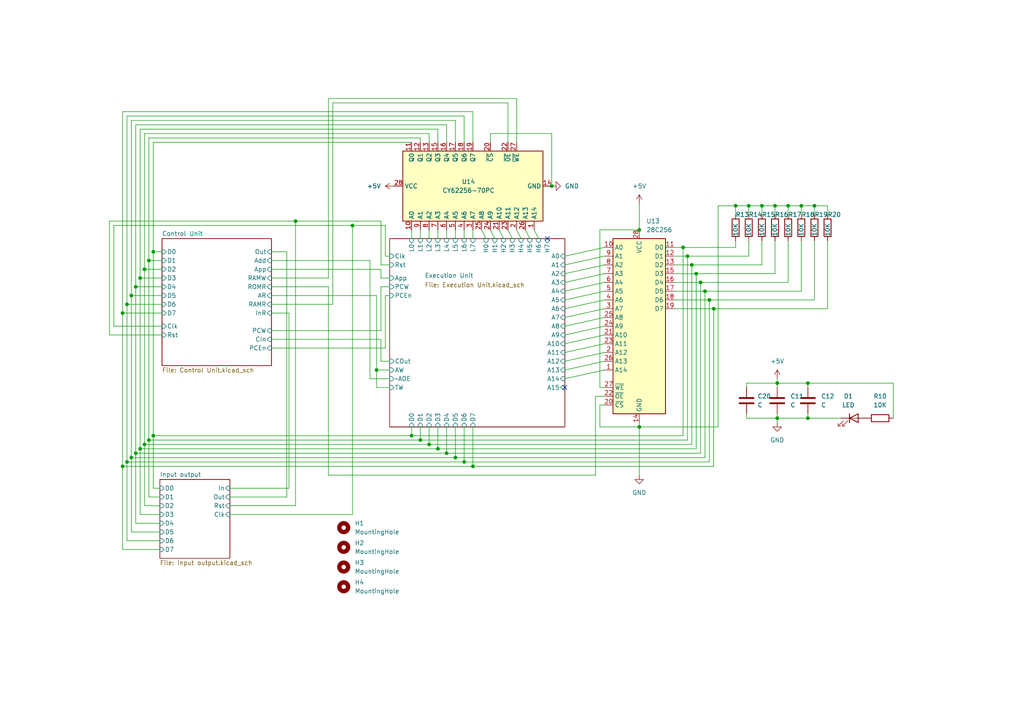
<source format=kicad_sch>
(kicad_sch (version 20211123) (generator eeschema)

  (uuid e63e39d7-6ac0-4ffd-8aa3-1841a4541b55)

  (paper "A4")

  (title_block
    (title "Canned ICs")
    (date "2022-05-03")
    (rev "Release")
    (company "John Oshiro")
    (comment 1 "- All 74LS chips can be replaced with 74HC series")
    (comment 2 "- At 4 MHz the memory access time is 125ns")
    (comment 3 "- All capacitors have a value of 100nF")
    (comment 4 "General schematic")
  )

  (lib_symbols
    (symbol "Device:C" (pin_numbers hide) (pin_names (offset 0.254)) (in_bom yes) (on_board yes)
      (property "Reference" "C" (id 0) (at 0.635 2.54 0)
        (effects (font (size 1.27 1.27)) (justify left))
      )
      (property "Value" "C" (id 1) (at 0.635 -2.54 0)
        (effects (font (size 1.27 1.27)) (justify left))
      )
      (property "Footprint" "" (id 2) (at 0.9652 -3.81 0)
        (effects (font (size 1.27 1.27)) hide)
      )
      (property "Datasheet" "~" (id 3) (at 0 0 0)
        (effects (font (size 1.27 1.27)) hide)
      )
      (property "ki_keywords" "cap capacitor" (id 4) (at 0 0 0)
        (effects (font (size 1.27 1.27)) hide)
      )
      (property "ki_description" "Unpolarized capacitor" (id 5) (at 0 0 0)
        (effects (font (size 1.27 1.27)) hide)
      )
      (property "ki_fp_filters" "C_*" (id 6) (at 0 0 0)
        (effects (font (size 1.27 1.27)) hide)
      )
      (symbol "C_0_1"
        (polyline
          (pts
            (xy -2.032 -0.762)
            (xy 2.032 -0.762)
          )
          (stroke (width 0.508) (type default) (color 0 0 0 0))
          (fill (type none))
        )
        (polyline
          (pts
            (xy -2.032 0.762)
            (xy 2.032 0.762)
          )
          (stroke (width 0.508) (type default) (color 0 0 0 0))
          (fill (type none))
        )
      )
      (symbol "C_1_1"
        (pin passive line (at 0 3.81 270) (length 2.794)
          (name "~" (effects (font (size 1.27 1.27))))
          (number "1" (effects (font (size 1.27 1.27))))
        )
        (pin passive line (at 0 -3.81 90) (length 2.794)
          (name "~" (effects (font (size 1.27 1.27))))
          (number "2" (effects (font (size 1.27 1.27))))
        )
      )
    )
    (symbol "Device:LED" (pin_numbers hide) (pin_names (offset 1.016) hide) (in_bom yes) (on_board yes)
      (property "Reference" "D" (id 0) (at 0 2.54 0)
        (effects (font (size 1.27 1.27)))
      )
      (property "Value" "LED" (id 1) (at 0 -2.54 0)
        (effects (font (size 1.27 1.27)))
      )
      (property "Footprint" "" (id 2) (at 0 0 0)
        (effects (font (size 1.27 1.27)) hide)
      )
      (property "Datasheet" "~" (id 3) (at 0 0 0)
        (effects (font (size 1.27 1.27)) hide)
      )
      (property "ki_keywords" "LED diode" (id 4) (at 0 0 0)
        (effects (font (size 1.27 1.27)) hide)
      )
      (property "ki_description" "Light emitting diode" (id 5) (at 0 0 0)
        (effects (font (size 1.27 1.27)) hide)
      )
      (property "ki_fp_filters" "LED* LED_SMD:* LED_THT:*" (id 6) (at 0 0 0)
        (effects (font (size 1.27 1.27)) hide)
      )
      (symbol "LED_0_1"
        (polyline
          (pts
            (xy -1.27 -1.27)
            (xy -1.27 1.27)
          )
          (stroke (width 0.254) (type default) (color 0 0 0 0))
          (fill (type none))
        )
        (polyline
          (pts
            (xy -1.27 0)
            (xy 1.27 0)
          )
          (stroke (width 0) (type default) (color 0 0 0 0))
          (fill (type none))
        )
        (polyline
          (pts
            (xy 1.27 -1.27)
            (xy 1.27 1.27)
            (xy -1.27 0)
            (xy 1.27 -1.27)
          )
          (stroke (width 0.254) (type default) (color 0 0 0 0))
          (fill (type none))
        )
        (polyline
          (pts
            (xy -3.048 -0.762)
            (xy -4.572 -2.286)
            (xy -3.81 -2.286)
            (xy -4.572 -2.286)
            (xy -4.572 -1.524)
          )
          (stroke (width 0) (type default) (color 0 0 0 0))
          (fill (type none))
        )
        (polyline
          (pts
            (xy -1.778 -0.762)
            (xy -3.302 -2.286)
            (xy -2.54 -2.286)
            (xy -3.302 -2.286)
            (xy -3.302 -1.524)
          )
          (stroke (width 0) (type default) (color 0 0 0 0))
          (fill (type none))
        )
      )
      (symbol "LED_1_1"
        (pin passive line (at -3.81 0 0) (length 2.54)
          (name "K" (effects (font (size 1.27 1.27))))
          (number "1" (effects (font (size 1.27 1.27))))
        )
        (pin passive line (at 3.81 0 180) (length 2.54)
          (name "A" (effects (font (size 1.27 1.27))))
          (number "2" (effects (font (size 1.27 1.27))))
        )
      )
    )
    (symbol "Device:R" (pin_numbers hide) (pin_names (offset 0)) (in_bom yes) (on_board yes)
      (property "Reference" "R" (id 0) (at 2.032 0 90)
        (effects (font (size 1.27 1.27)))
      )
      (property "Value" "R" (id 1) (at 0 0 90)
        (effects (font (size 1.27 1.27)))
      )
      (property "Footprint" "" (id 2) (at -1.778 0 90)
        (effects (font (size 1.27 1.27)) hide)
      )
      (property "Datasheet" "~" (id 3) (at 0 0 0)
        (effects (font (size 1.27 1.27)) hide)
      )
      (property "ki_keywords" "R res resistor" (id 4) (at 0 0 0)
        (effects (font (size 1.27 1.27)) hide)
      )
      (property "ki_description" "Resistor" (id 5) (at 0 0 0)
        (effects (font (size 1.27 1.27)) hide)
      )
      (property "ki_fp_filters" "R_*" (id 6) (at 0 0 0)
        (effects (font (size 1.27 1.27)) hide)
      )
      (symbol "R_0_1"
        (rectangle (start -1.016 -2.54) (end 1.016 2.54)
          (stroke (width 0.254) (type default) (color 0 0 0 0))
          (fill (type none))
        )
      )
      (symbol "R_1_1"
        (pin passive line (at 0 3.81 270) (length 1.27)
          (name "~" (effects (font (size 1.27 1.27))))
          (number "1" (effects (font (size 1.27 1.27))))
        )
        (pin passive line (at 0 -3.81 90) (length 1.27)
          (name "~" (effects (font (size 1.27 1.27))))
          (number "2" (effects (font (size 1.27 1.27))))
        )
      )
    )
    (symbol "Mechanical:MountingHole" (pin_names (offset 1.016)) (in_bom yes) (on_board yes)
      (property "Reference" "H" (id 0) (at 0 5.08 0)
        (effects (font (size 1.27 1.27)))
      )
      (property "Value" "MountingHole" (id 1) (at 0 3.175 0)
        (effects (font (size 1.27 1.27)))
      )
      (property "Footprint" "" (id 2) (at 0 0 0)
        (effects (font (size 1.27 1.27)) hide)
      )
      (property "Datasheet" "~" (id 3) (at 0 0 0)
        (effects (font (size 1.27 1.27)) hide)
      )
      (property "ki_keywords" "mounting hole" (id 4) (at 0 0 0)
        (effects (font (size 1.27 1.27)) hide)
      )
      (property "ki_description" "Mounting Hole without connection" (id 5) (at 0 0 0)
        (effects (font (size 1.27 1.27)) hide)
      )
      (property "ki_fp_filters" "MountingHole*" (id 6) (at 0 0 0)
        (effects (font (size 1.27 1.27)) hide)
      )
      (symbol "MountingHole_0_1"
        (circle (center 0 0) (radius 1.27)
          (stroke (width 1.27) (type default) (color 0 0 0 0))
          (fill (type none))
        )
      )
    )
    (symbol "Memory_EEPROM:28C256" (in_bom yes) (on_board yes)
      (property "Reference" "U" (id 0) (at -7.62 26.67 0)
        (effects (font (size 1.27 1.27)))
      )
      (property "Value" "28C256" (id 1) (at 2.54 -26.67 0)
        (effects (font (size 1.27 1.27)) (justify left))
      )
      (property "Footprint" "" (id 2) (at 0 0 0)
        (effects (font (size 1.27 1.27)) hide)
      )
      (property "Datasheet" "http://ww1.microchip.com/downloads/en/DeviceDoc/doc0006.pdf" (id 3) (at 0 0 0)
        (effects (font (size 1.27 1.27)) hide)
      )
      (property "ki_keywords" "Parallel EEPROM 256Kb" (id 4) (at 0 0 0)
        (effects (font (size 1.27 1.27)) hide)
      )
      (property "ki_description" "Paged Parallel EEPROM 256Kb (32K x 8), DIP-28/SOIC-28" (id 5) (at 0 0 0)
        (effects (font (size 1.27 1.27)) hide)
      )
      (property "ki_fp_filters" "DIP*W15.24mm* SOIC*7.5x17.9mm*P1.27mm*" (id 6) (at 0 0 0)
        (effects (font (size 1.27 1.27)) hide)
      )
      (symbol "28C256_1_1"
        (rectangle (start -7.62 25.4) (end 7.62 -25.4)
          (stroke (width 0.254) (type default) (color 0 0 0 0))
          (fill (type background))
        )
        (pin input line (at -10.16 -12.7 0) (length 2.54)
          (name "A14" (effects (font (size 1.27 1.27))))
          (number "1" (effects (font (size 1.27 1.27))))
        )
        (pin input line (at -10.16 22.86 0) (length 2.54)
          (name "A0" (effects (font (size 1.27 1.27))))
          (number "10" (effects (font (size 1.27 1.27))))
        )
        (pin tri_state line (at 10.16 22.86 180) (length 2.54)
          (name "D0" (effects (font (size 1.27 1.27))))
          (number "11" (effects (font (size 1.27 1.27))))
        )
        (pin tri_state line (at 10.16 20.32 180) (length 2.54)
          (name "D1" (effects (font (size 1.27 1.27))))
          (number "12" (effects (font (size 1.27 1.27))))
        )
        (pin tri_state line (at 10.16 17.78 180) (length 2.54)
          (name "D2" (effects (font (size 1.27 1.27))))
          (number "13" (effects (font (size 1.27 1.27))))
        )
        (pin power_in line (at 0 -27.94 90) (length 2.54)
          (name "GND" (effects (font (size 1.27 1.27))))
          (number "14" (effects (font (size 1.27 1.27))))
        )
        (pin tri_state line (at 10.16 15.24 180) (length 2.54)
          (name "D3" (effects (font (size 1.27 1.27))))
          (number "15" (effects (font (size 1.27 1.27))))
        )
        (pin tri_state line (at 10.16 12.7 180) (length 2.54)
          (name "D4" (effects (font (size 1.27 1.27))))
          (number "16" (effects (font (size 1.27 1.27))))
        )
        (pin tri_state line (at 10.16 10.16 180) (length 2.54)
          (name "D5" (effects (font (size 1.27 1.27))))
          (number "17" (effects (font (size 1.27 1.27))))
        )
        (pin tri_state line (at 10.16 7.62 180) (length 2.54)
          (name "D6" (effects (font (size 1.27 1.27))))
          (number "18" (effects (font (size 1.27 1.27))))
        )
        (pin tri_state line (at 10.16 5.08 180) (length 2.54)
          (name "D7" (effects (font (size 1.27 1.27))))
          (number "19" (effects (font (size 1.27 1.27))))
        )
        (pin input line (at -10.16 -7.62 0) (length 2.54)
          (name "A12" (effects (font (size 1.27 1.27))))
          (number "2" (effects (font (size 1.27 1.27))))
        )
        (pin input line (at -10.16 -22.86 0) (length 2.54)
          (name "~{CS}" (effects (font (size 1.27 1.27))))
          (number "20" (effects (font (size 1.27 1.27))))
        )
        (pin input line (at -10.16 -2.54 0) (length 2.54)
          (name "A10" (effects (font (size 1.27 1.27))))
          (number "21" (effects (font (size 1.27 1.27))))
        )
        (pin input line (at -10.16 -20.32 0) (length 2.54)
          (name "~{OE}" (effects (font (size 1.27 1.27))))
          (number "22" (effects (font (size 1.27 1.27))))
        )
        (pin input line (at -10.16 -5.08 0) (length 2.54)
          (name "A11" (effects (font (size 1.27 1.27))))
          (number "23" (effects (font (size 1.27 1.27))))
        )
        (pin input line (at -10.16 0 0) (length 2.54)
          (name "A9" (effects (font (size 1.27 1.27))))
          (number "24" (effects (font (size 1.27 1.27))))
        )
        (pin input line (at -10.16 2.54 0) (length 2.54)
          (name "A8" (effects (font (size 1.27 1.27))))
          (number "25" (effects (font (size 1.27 1.27))))
        )
        (pin input line (at -10.16 -10.16 0) (length 2.54)
          (name "A13" (effects (font (size 1.27 1.27))))
          (number "26" (effects (font (size 1.27 1.27))))
        )
        (pin input line (at -10.16 -17.78 0) (length 2.54)
          (name "~{WE}" (effects (font (size 1.27 1.27))))
          (number "27" (effects (font (size 1.27 1.27))))
        )
        (pin power_in line (at 0 27.94 270) (length 2.54)
          (name "VCC" (effects (font (size 1.27 1.27))))
          (number "28" (effects (font (size 1.27 1.27))))
        )
        (pin input line (at -10.16 5.08 0) (length 2.54)
          (name "A7" (effects (font (size 1.27 1.27))))
          (number "3" (effects (font (size 1.27 1.27))))
        )
        (pin input line (at -10.16 7.62 0) (length 2.54)
          (name "A6" (effects (font (size 1.27 1.27))))
          (number "4" (effects (font (size 1.27 1.27))))
        )
        (pin input line (at -10.16 10.16 0) (length 2.54)
          (name "A5" (effects (font (size 1.27 1.27))))
          (number "5" (effects (font (size 1.27 1.27))))
        )
        (pin input line (at -10.16 12.7 0) (length 2.54)
          (name "A4" (effects (font (size 1.27 1.27))))
          (number "6" (effects (font (size 1.27 1.27))))
        )
        (pin input line (at -10.16 15.24 0) (length 2.54)
          (name "A3" (effects (font (size 1.27 1.27))))
          (number "7" (effects (font (size 1.27 1.27))))
        )
        (pin input line (at -10.16 17.78 0) (length 2.54)
          (name "A2" (effects (font (size 1.27 1.27))))
          (number "8" (effects (font (size 1.27 1.27))))
        )
        (pin input line (at -10.16 20.32 0) (length 2.54)
          (name "A1" (effects (font (size 1.27 1.27))))
          (number "9" (effects (font (size 1.27 1.27))))
        )
      )
    )
    (symbol "Memory_RAM:CY62256-70PC" (in_bom yes) (on_board yes)
      (property "Reference" "U" (id 0) (at -10.16 20.955 0)
        (effects (font (size 1.27 1.27)) (justify left bottom))
      )
      (property "Value" "CY62256-70PC" (id 1) (at 2.54 20.955 0)
        (effects (font (size 1.27 1.27)) (justify left bottom))
      )
      (property "Footprint" "Package_DIP:DIP-28_W15.24mm" (id 2) (at 0 -2.54 0)
        (effects (font (size 1.27 1.27)) hide)
      )
      (property "Datasheet" "https://ecee.colorado.edu/~mcclurel/Cypress_SRAM_CY62256.pdf" (id 3) (at 0 -2.54 0)
        (effects (font (size 1.27 1.27)) hide)
      )
      (property "ki_keywords" "RAM SRAM CMOS MEMORY" (id 4) (at 0 0 0)
        (effects (font (size 1.27 1.27)) hide)
      )
      (property "ki_description" "256K (32K x 8) Static RAM, 70ns, DIP-28" (id 5) (at 0 0 0)
        (effects (font (size 1.27 1.27)) hide)
      )
      (property "ki_fp_filters" "DIP*W15.24mm*" (id 6) (at 0 0 0)
        (effects (font (size 1.27 1.27)) hide)
      )
      (symbol "CY62256-70PC_0_0"
        (pin power_in line (at 0 -22.86 90) (length 2.54)
          (name "GND" (effects (font (size 1.27 1.27))))
          (number "14" (effects (font (size 1.27 1.27))))
        )
        (pin power_in line (at 0 22.86 270) (length 2.54)
          (name "VCC" (effects (font (size 1.27 1.27))))
          (number "28" (effects (font (size 1.27 1.27))))
        )
      )
      (symbol "CY62256-70PC_0_1"
        (rectangle (start -10.16 20.32) (end 10.16 -20.32)
          (stroke (width 0.254) (type default) (color 0 0 0 0))
          (fill (type background))
        )
      )
      (symbol "CY62256-70PC_1_1"
        (pin input line (at -12.7 -17.78 0) (length 2.54)
          (name "A14" (effects (font (size 1.27 1.27))))
          (number "1" (effects (font (size 1.27 1.27))))
        )
        (pin input line (at -12.7 17.78 0) (length 2.54)
          (name "A0" (effects (font (size 1.27 1.27))))
          (number "10" (effects (font (size 1.27 1.27))))
        )
        (pin tri_state line (at 12.7 17.78 180) (length 2.54)
          (name "Q0" (effects (font (size 1.27 1.27))))
          (number "11" (effects (font (size 1.27 1.27))))
        )
        (pin tri_state line (at 12.7 15.24 180) (length 2.54)
          (name "Q1" (effects (font (size 1.27 1.27))))
          (number "12" (effects (font (size 1.27 1.27))))
        )
        (pin tri_state line (at 12.7 12.7 180) (length 2.54)
          (name "Q2" (effects (font (size 1.27 1.27))))
          (number "13" (effects (font (size 1.27 1.27))))
        )
        (pin tri_state line (at 12.7 10.16 180) (length 2.54)
          (name "Q3" (effects (font (size 1.27 1.27))))
          (number "15" (effects (font (size 1.27 1.27))))
        )
        (pin tri_state line (at 12.7 7.62 180) (length 2.54)
          (name "Q4" (effects (font (size 1.27 1.27))))
          (number "16" (effects (font (size 1.27 1.27))))
        )
        (pin tri_state line (at 12.7 5.08 180) (length 2.54)
          (name "Q5" (effects (font (size 1.27 1.27))))
          (number "17" (effects (font (size 1.27 1.27))))
        )
        (pin tri_state line (at 12.7 2.54 180) (length 2.54)
          (name "Q6" (effects (font (size 1.27 1.27))))
          (number "18" (effects (font (size 1.27 1.27))))
        )
        (pin tri_state line (at 12.7 0 180) (length 2.54)
          (name "Q7" (effects (font (size 1.27 1.27))))
          (number "19" (effects (font (size 1.27 1.27))))
        )
        (pin input line (at -12.7 -12.7 0) (length 2.54)
          (name "A12" (effects (font (size 1.27 1.27))))
          (number "2" (effects (font (size 1.27 1.27))))
        )
        (pin input line (at 12.7 -5.08 180) (length 2.54)
          (name "~{CS}" (effects (font (size 1.27 1.27))))
          (number "20" (effects (font (size 1.27 1.27))))
        )
        (pin input line (at -12.7 -7.62 0) (length 2.54)
          (name "A10" (effects (font (size 1.27 1.27))))
          (number "21" (effects (font (size 1.27 1.27))))
        )
        (pin input line (at 12.7 -10.16 180) (length 2.54)
          (name "~{OE}" (effects (font (size 1.27 1.27))))
          (number "22" (effects (font (size 1.27 1.27))))
        )
        (pin input line (at -12.7 -10.16 0) (length 2.54)
          (name "A11" (effects (font (size 1.27 1.27))))
          (number "23" (effects (font (size 1.27 1.27))))
        )
        (pin input line (at -12.7 -5.08 0) (length 2.54)
          (name "A9" (effects (font (size 1.27 1.27))))
          (number "24" (effects (font (size 1.27 1.27))))
        )
        (pin input line (at -12.7 -2.54 0) (length 2.54)
          (name "A8" (effects (font (size 1.27 1.27))))
          (number "25" (effects (font (size 1.27 1.27))))
        )
        (pin input line (at -12.7 -15.24 0) (length 2.54)
          (name "A13" (effects (font (size 1.27 1.27))))
          (number "26" (effects (font (size 1.27 1.27))))
        )
        (pin input line (at 12.7 -12.7 180) (length 2.54)
          (name "~{WE}" (effects (font (size 1.27 1.27))))
          (number "27" (effects (font (size 1.27 1.27))))
        )
        (pin input line (at -12.7 0 0) (length 2.54)
          (name "A7" (effects (font (size 1.27 1.27))))
          (number "3" (effects (font (size 1.27 1.27))))
        )
        (pin input line (at -12.7 2.54 0) (length 2.54)
          (name "A6" (effects (font (size 1.27 1.27))))
          (number "4" (effects (font (size 1.27 1.27))))
        )
        (pin input line (at -12.7 5.08 0) (length 2.54)
          (name "A5" (effects (font (size 1.27 1.27))))
          (number "5" (effects (font (size 1.27 1.27))))
        )
        (pin input line (at -12.7 7.62 0) (length 2.54)
          (name "A4" (effects (font (size 1.27 1.27))))
          (number "6" (effects (font (size 1.27 1.27))))
        )
        (pin input line (at -12.7 10.16 0) (length 2.54)
          (name "A3" (effects (font (size 1.27 1.27))))
          (number "7" (effects (font (size 1.27 1.27))))
        )
        (pin input line (at -12.7 12.7 0) (length 2.54)
          (name "A2" (effects (font (size 1.27 1.27))))
          (number "8" (effects (font (size 1.27 1.27))))
        )
        (pin input line (at -12.7 15.24 0) (length 2.54)
          (name "A1" (effects (font (size 1.27 1.27))))
          (number "9" (effects (font (size 1.27 1.27))))
        )
      )
    )
    (symbol "power:+5V" (power) (pin_names (offset 0)) (in_bom yes) (on_board yes)
      (property "Reference" "#PWR" (id 0) (at 0 -3.81 0)
        (effects (font (size 1.27 1.27)) hide)
      )
      (property "Value" "+5V" (id 1) (at 0 3.556 0)
        (effects (font (size 1.27 1.27)))
      )
      (property "Footprint" "" (id 2) (at 0 0 0)
        (effects (font (size 1.27 1.27)) hide)
      )
      (property "Datasheet" "" (id 3) (at 0 0 0)
        (effects (font (size 1.27 1.27)) hide)
      )
      (property "ki_keywords" "power-flag" (id 4) (at 0 0 0)
        (effects (font (size 1.27 1.27)) hide)
      )
      (property "ki_description" "Power symbol creates a global label with name \"+5V\"" (id 5) (at 0 0 0)
        (effects (font (size 1.27 1.27)) hide)
      )
      (symbol "+5V_0_1"
        (polyline
          (pts
            (xy -0.762 1.27)
            (xy 0 2.54)
          )
          (stroke (width 0) (type default) (color 0 0 0 0))
          (fill (type none))
        )
        (polyline
          (pts
            (xy 0 0)
            (xy 0 2.54)
          )
          (stroke (width 0) (type default) (color 0 0 0 0))
          (fill (type none))
        )
        (polyline
          (pts
            (xy 0 2.54)
            (xy 0.762 1.27)
          )
          (stroke (width 0) (type default) (color 0 0 0 0))
          (fill (type none))
        )
      )
      (symbol "+5V_1_1"
        (pin power_in line (at 0 0 90) (length 0) hide
          (name "+5V" (effects (font (size 1.27 1.27))))
          (number "1" (effects (font (size 1.27 1.27))))
        )
      )
    )
    (symbol "power:GND" (power) (pin_names (offset 0)) (in_bom yes) (on_board yes)
      (property "Reference" "#PWR" (id 0) (at 0 -6.35 0)
        (effects (font (size 1.27 1.27)) hide)
      )
      (property "Value" "GND" (id 1) (at 0 -3.81 0)
        (effects (font (size 1.27 1.27)))
      )
      (property "Footprint" "" (id 2) (at 0 0 0)
        (effects (font (size 1.27 1.27)) hide)
      )
      (property "Datasheet" "" (id 3) (at 0 0 0)
        (effects (font (size 1.27 1.27)) hide)
      )
      (property "ki_keywords" "power-flag" (id 4) (at 0 0 0)
        (effects (font (size 1.27 1.27)) hide)
      )
      (property "ki_description" "Power symbol creates a global label with name \"GND\" , ground" (id 5) (at 0 0 0)
        (effects (font (size 1.27 1.27)) hide)
      )
      (symbol "GND_0_1"
        (polyline
          (pts
            (xy 0 0)
            (xy 0 -1.27)
            (xy 1.27 -1.27)
            (xy 0 -2.54)
            (xy -1.27 -1.27)
            (xy 0 -1.27)
          )
          (stroke (width 0) (type default) (color 0 0 0 0))
          (fill (type none))
        )
      )
      (symbol "GND_1_1"
        (pin power_in line (at 0 0 270) (length 0) hide
          (name "GND" (effects (font (size 1.27 1.27))))
          (number "1" (effects (font (size 1.27 1.27))))
        )
      )
    )
  )

  (junction (at 129.54 131.445) (diameter 0) (color 0 0 0 0)
    (uuid 07796061-ce7f-4430-9fcf-dc55fc1b5fcc)
  )
  (junction (at 199.39 74.295) (diameter 0) (color 0 0 0 0)
    (uuid 16570200-0879-4456-a835-c109f94700e3)
  )
  (junction (at 232.41 59.69) (diameter 0) (color 0 0 0 0)
    (uuid 1840fd5a-a6ab-49be-9845-55fceff0cc0e)
  )
  (junction (at 43.18 127.635) (diameter 0) (color 0 0 0 0)
    (uuid 18a74538-3128-487b-8b88-9b2e4a5d577a)
  )
  (junction (at 201.93 79.375) (diameter 0) (color 0 0 0 0)
    (uuid 1d712188-1ddf-4f70-bfef-68733bcb4341)
  )
  (junction (at 225.425 111.125) (diameter 0) (color 0 0 0 0)
    (uuid 1e6904c8-c7bd-45c9-8306-4570179a34f8)
  )
  (junction (at 40.64 80.645) (diameter 0) (color 0 0 0 0)
    (uuid 2038a94f-7b27-412c-a5d1-74d822098116)
  )
  (junction (at 204.47 84.455) (diameter 0) (color 0 0 0 0)
    (uuid 29dafce9-4ed3-49c7-b139-a42a20a1ba70)
  )
  (junction (at 85.725 64.135) (diameter 0) (color 0 0 0 0)
    (uuid 3194fa2c-0e72-4fab-ac2a-555963a666fc)
  )
  (junction (at 39.37 131.445) (diameter 0) (color 0 0 0 0)
    (uuid 381baf9f-e34e-4aef-abe7-1ba30cf9534b)
  )
  (junction (at 200.66 76.835) (diameter 0) (color 0 0 0 0)
    (uuid 3decc861-2783-492b-9410-768c19fa48e6)
  )
  (junction (at 102.235 65.405) (diameter 0) (color 0 0 0 0)
    (uuid 444a9214-57dc-47a3-b669-98ec9a465dd7)
  )
  (junction (at 234.315 121.285) (diameter 0) (color 0 0 0 0)
    (uuid 4c41d73b-9629-4891-9f71-d307bc169690)
  )
  (junction (at 220.98 59.69) (diameter 0) (color 0 0 0 0)
    (uuid 4fa6f24d-6af6-4e6e-94cb-95aa9bc82ff8)
  )
  (junction (at 228.6 59.69) (diameter 0) (color 0 0 0 0)
    (uuid 5689b47b-7b46-4ec7-9ead-ff2aa4f086d5)
  )
  (junction (at 41.91 128.905) (diameter 0) (color 0 0 0 0)
    (uuid 6346d900-20f0-4448-b43c-eadecdbb4d25)
  )
  (junction (at 207.01 89.535) (diameter 0) (color 0 0 0 0)
    (uuid 6aaf79e6-5e43-48ca-93ab-2cf7269ebd61)
  )
  (junction (at 137.16 135.255) (diameter 0) (color 0 0 0 0)
    (uuid 6b1451f9-1c62-4d1e-a568-0830341701fb)
  )
  (junction (at 205.74 86.995) (diameter 0) (color 0 0 0 0)
    (uuid 76ee2c7a-35cf-40a9-87b8-01e8b1c5c9c9)
  )
  (junction (at 121.92 127.635) (diameter 0) (color 0 0 0 0)
    (uuid 7bb36db7-f094-4258-bbf5-270edb53be45)
  )
  (junction (at 40.64 130.175) (diameter 0) (color 0 0 0 0)
    (uuid 7d7f7e85-0ee9-45d9-bb17-82575fa0ba6d)
  )
  (junction (at 185.42 66.675) (diameter 0) (color 0 0 0 0)
    (uuid 857c52b9-6c8d-4bb8-999a-0b9afd947b93)
  )
  (junction (at 38.1 132.715) (diameter 0) (color 0 0 0 0)
    (uuid 8b987a03-d09c-46fd-b125-cf000a759f18)
  )
  (junction (at 160.02 53.975) (diameter 0) (color 0 0 0 0)
    (uuid 8d5176b9-f2f9-47e0-92ff-b6de9efb4bf1)
  )
  (junction (at 36.83 88.265) (diameter 0) (color 0 0 0 0)
    (uuid 9a81a1e7-dfe8-4ad2-acb6-7610cb37f97a)
  )
  (junction (at 224.79 59.69) (diameter 0) (color 0 0 0 0)
    (uuid 9ec7af27-20d5-415a-8eb4-cf6d8ac2b9cd)
  )
  (junction (at 234.315 111.125) (diameter 0) (color 0 0 0 0)
    (uuid 9f53bff1-8cf9-4c54-a83b-d9366b4d3a7a)
  )
  (junction (at 119.38 126.365) (diameter 0) (color 0 0 0 0)
    (uuid a1b5550f-589f-4f4e-94c2-dbaf68042178)
  )
  (junction (at 134.62 133.985) (diameter 0) (color 0 0 0 0)
    (uuid a4750665-24b1-4312-a6d1-9052e3da38f6)
  )
  (junction (at 225.425 121.285) (diameter 0) (color 0 0 0 0)
    (uuid a60fc433-3431-4876-9c78-864a4f850ff4)
  )
  (junction (at 38.1 85.725) (diameter 0) (color 0 0 0 0)
    (uuid a746a3d5-00f5-4f69-ad40-d197b5f3f6ef)
  )
  (junction (at 127 130.175) (diameter 0) (color 0 0 0 0)
    (uuid ad7f5a14-0ed3-42b5-b437-6b79dad06190)
  )
  (junction (at 35.56 135.255) (diameter 0) (color 0 0 0 0)
    (uuid b17dbaf2-46a9-4c45-8c5c-fc5da13acfc8)
  )
  (junction (at 44.45 126.365) (diameter 0) (color 0 0 0 0)
    (uuid b3ea2d20-6ba1-4a97-bd90-6a54110daccd)
  )
  (junction (at 217.17 59.69) (diameter 0) (color 0 0 0 0)
    (uuid b6e941f5-57d5-4e25-9272-1dcfd2a4f4da)
  )
  (junction (at 203.2 81.915) (diameter 0) (color 0 0 0 0)
    (uuid b8489324-d664-49a0-a79c-28cf0b94d4f2)
  )
  (junction (at 124.46 128.905) (diameter 0) (color 0 0 0 0)
    (uuid c25adfc4-b725-43f6-a6ad-a1cffa41f40e)
  )
  (junction (at 185.42 123.825) (diameter 0) (color 0 0 0 0)
    (uuid c4ec1a0d-56ff-4c6e-8671-41092700fbf0)
  )
  (junction (at 43.18 75.565) (diameter 0) (color 0 0 0 0)
    (uuid ccbdc484-3c58-4665-bbab-376ee3ae3a71)
  )
  (junction (at 36.83 133.985) (diameter 0) (color 0 0 0 0)
    (uuid d1f3f261-7854-4506-85d2-d853dbe2a8d2)
  )
  (junction (at 35.56 90.805) (diameter 0) (color 0 0 0 0)
    (uuid d68c22c8-c166-4f04-a467-2c44fd25e384)
  )
  (junction (at 41.91 78.105) (diameter 0) (color 0 0 0 0)
    (uuid d6f89722-3328-490c-ae2d-56315b27d3cd)
  )
  (junction (at 132.08 132.715) (diameter 0) (color 0 0 0 0)
    (uuid db5fbe5b-7067-4f81-969b-5d89d6ce60d2)
  )
  (junction (at 198.12 71.755) (diameter 0) (color 0 0 0 0)
    (uuid dd0c5ef6-d471-457c-bc54-7b397b201241)
  )
  (junction (at 236.22 59.69) (diameter 0) (color 0 0 0 0)
    (uuid eac2abfb-b921-4d3f-ace0-a5324afef99a)
  )
  (junction (at 109.22 107.315) (diameter 0) (color 0 0 0 0)
    (uuid eda7d29e-96b7-422d-9633-4f2b74411934)
  )
  (junction (at 44.45 73.025) (diameter 0) (color 0 0 0 0)
    (uuid ee507808-7ccb-4cbf-ad20-328470211dfc)
  )
  (junction (at 213.36 59.69) (diameter 0) (color 0 0 0 0)
    (uuid f5efbe1a-dcff-4ce9-b850-5899d84fdb9d)
  )
  (junction (at 39.37 83.185) (diameter 0) (color 0 0 0 0)
    (uuid faa6ec21-8212-4570-ade6-aff88c90cd16)
  )

  (no_connect (at 158.75 69.215) (uuid e2d99a42-5f0b-43a5-9cf6-6ef2060aa4c9))
  (no_connect (at 163.83 112.395) (uuid e2d99a42-5f0b-43a5-9cf6-6ef2060aa4ca))

  (wire (pts (xy 35.56 32.385) (xy 35.56 90.805))
    (stroke (width 0) (type default) (color 0 0 0 0))
    (uuid 00077dbb-723c-44aa-96d9-afa4a6d2066b)
  )
  (wire (pts (xy 185.42 123.825) (xy 185.42 137.795))
    (stroke (width 0) (type default) (color 0 0 0 0))
    (uuid 0096d3e2-dbf3-42f8-851d-35fbfda4ea72)
  )
  (wire (pts (xy 137.16 66.675) (xy 137.16 69.215))
    (stroke (width 0) (type default) (color 0 0 0 0))
    (uuid 01ecbcd2-5172-45b4-9589-9893948be3f7)
  )
  (wire (pts (xy 208.28 123.825) (xy 208.28 59.69))
    (stroke (width 0) (type default) (color 0 0 0 0))
    (uuid 06217c36-0392-48f2-96c9-f083b8bee3ec)
  )
  (wire (pts (xy 110.49 78.105) (xy 110.49 80.645))
    (stroke (width 0) (type default) (color 0 0 0 0))
    (uuid 08238c61-8547-4098-87d7-a26744144865)
  )
  (wire (pts (xy 113.03 109.855) (xy 107.315 109.855))
    (stroke (width 0) (type default) (color 0 0 0 0))
    (uuid 0858fb23-ca73-46d1-a57f-5f11ad8f4c91)
  )
  (wire (pts (xy 200.66 128.905) (xy 124.46 128.905))
    (stroke (width 0) (type default) (color 0 0 0 0))
    (uuid 086bdabc-fe43-4a60-987e-b37e375f1fdb)
  )
  (wire (pts (xy 46.355 151.765) (xy 39.37 151.765))
    (stroke (width 0) (type default) (color 0 0 0 0))
    (uuid 08d78b68-c3ec-4c43-ac08-be897b7030e2)
  )
  (wire (pts (xy 127 130.175) (xy 201.93 130.175))
    (stroke (width 0) (type default) (color 0 0 0 0))
    (uuid 0992bbf7-3f9e-4014-9f3f-1fd4a5e8b234)
  )
  (wire (pts (xy 41.91 78.105) (xy 46.99 78.105))
    (stroke (width 0) (type default) (color 0 0 0 0))
    (uuid 0b6a54da-8f28-4444-a6fc-c6fb0781a089)
  )
  (wire (pts (xy 163.83 99.695) (xy 175.26 97.155))
    (stroke (width 0) (type default) (color 0 0 0 0))
    (uuid 0c2d332b-22b2-4cc7-8f64-73983a906241)
  )
  (wire (pts (xy 199.39 127.635) (xy 199.39 74.295))
    (stroke (width 0) (type default) (color 0 0 0 0))
    (uuid 0d57244e-b296-47c9-8bc7-46dd7b847685)
  )
  (wire (pts (xy 147.32 41.275) (xy 147.32 29.845))
    (stroke (width 0) (type default) (color 0 0 0 0))
    (uuid 0daed9bb-90d0-4228-bdbd-77be8133a5d8)
  )
  (wire (pts (xy 83.185 73.025) (xy 83.185 144.145))
    (stroke (width 0) (type default) (color 0 0 0 0))
    (uuid 0dcfb7e4-29fd-4c1e-8354-fb997da7ba1b)
  )
  (wire (pts (xy 36.83 88.265) (xy 36.83 133.985))
    (stroke (width 0) (type default) (color 0 0 0 0))
    (uuid 0ef2899e-d9a0-44bc-b46e-e9a455cc7826)
  )
  (wire (pts (xy 46.99 94.615) (xy 33.02 94.615))
    (stroke (width 0) (type default) (color 0 0 0 0))
    (uuid 120655d8-2f4d-4b2f-bc2d-1c9724a6bf5c)
  )
  (wire (pts (xy 38.1 132.715) (xy 38.1 154.305))
    (stroke (width 0) (type default) (color 0 0 0 0))
    (uuid 123b1fe0-f7ed-4eb6-8d86-14d0345cee65)
  )
  (wire (pts (xy 216.535 111.125) (xy 216.535 112.395))
    (stroke (width 0) (type default) (color 0 0 0 0))
    (uuid 132b436e-2fb5-4df8-88c2-5b814fac6f3a)
  )
  (wire (pts (xy 163.83 89.535) (xy 175.26 86.995))
    (stroke (width 0) (type default) (color 0 0 0 0))
    (uuid 17abaa47-e24d-46ff-ad62-3138791a402c)
  )
  (wire (pts (xy 139.7 66.675) (xy 140.97 69.215))
    (stroke (width 0) (type default) (color 0 0 0 0))
    (uuid 17bc7f88-df90-4cbe-8446-72d5fb333fa7)
  )
  (wire (pts (xy 46.99 80.645) (xy 40.64 80.645))
    (stroke (width 0) (type default) (color 0 0 0 0))
    (uuid 19667b86-84db-4118-8ba8-96cd7c6b2308)
  )
  (wire (pts (xy 43.18 144.145) (xy 43.18 127.635))
    (stroke (width 0) (type default) (color 0 0 0 0))
    (uuid 19c302d1-c936-4a9b-85dd-551a89c0478d)
  )
  (wire (pts (xy 213.36 59.69) (xy 213.36 62.23))
    (stroke (width 0) (type default) (color 0 0 0 0))
    (uuid 1a1c3d19-af17-4779-a1fd-8ac5a36a50f5)
  )
  (wire (pts (xy 240.03 62.23) (xy 240.03 59.69))
    (stroke (width 0) (type default) (color 0 0 0 0))
    (uuid 1aa0ed50-d50d-47fd-aa20-a431dcd15b41)
  )
  (wire (pts (xy 163.83 92.075) (xy 175.26 89.535))
    (stroke (width 0) (type default) (color 0 0 0 0))
    (uuid 1acadc04-70de-486e-b2a8-ca43717ca75c)
  )
  (wire (pts (xy 228.6 59.69) (xy 228.6 62.23))
    (stroke (width 0) (type default) (color 0 0 0 0))
    (uuid 1e52a323-b85b-4d20-9a6b-325f1b8a6a61)
  )
  (wire (pts (xy 95.25 83.185) (xy 78.74 83.185))
    (stroke (width 0) (type default) (color 0 0 0 0))
    (uuid 1e6bbce5-22a4-413a-ae6c-9674ee0ec340)
  )
  (wire (pts (xy 163.83 102.235) (xy 175.26 99.695))
    (stroke (width 0) (type default) (color 0 0 0 0))
    (uuid 1ea11770-d63b-46bf-b389-10b02d824702)
  )
  (wire (pts (xy 240.03 89.535) (xy 240.03 69.85))
    (stroke (width 0) (type default) (color 0 0 0 0))
    (uuid 223c0125-58e7-4360-ac41-7d8e5e2f4a8d)
  )
  (wire (pts (xy 109.22 107.315) (xy 113.03 107.315))
    (stroke (width 0) (type default) (color 0 0 0 0))
    (uuid 248be8e9-4914-4a74-b254-4b6740860d31)
  )
  (wire (pts (xy 78.74 78.105) (xy 110.49 78.105))
    (stroke (width 0) (type default) (color 0 0 0 0))
    (uuid 2568f7bc-1559-40f8-9d03-0bdaf428ff76)
  )
  (wire (pts (xy 225.425 111.125) (xy 225.425 112.395))
    (stroke (width 0) (type default) (color 0 0 0 0))
    (uuid 26e7cf6f-3f33-44e7-8fba-e346a3981293)
  )
  (wire (pts (xy 154.94 66.675) (xy 156.21 69.215))
    (stroke (width 0) (type default) (color 0 0 0 0))
    (uuid 2742935d-b804-4ede-afe3-0c7c225c1e08)
  )
  (wire (pts (xy 31.75 97.155) (xy 31.75 64.135))
    (stroke (width 0) (type default) (color 0 0 0 0))
    (uuid 2b09a09b-1969-4ec1-a47f-78c0ddf37288)
  )
  (wire (pts (xy 236.22 59.69) (xy 232.41 59.69))
    (stroke (width 0) (type default) (color 0 0 0 0))
    (uuid 2b8e67f5-5713-48b8-8539-09fa9a348067)
  )
  (wire (pts (xy 213.36 71.755) (xy 213.36 69.85))
    (stroke (width 0) (type default) (color 0 0 0 0))
    (uuid 2be7b066-c2ff-480b-85f2-398b9dc58fb3)
  )
  (wire (pts (xy 46.99 83.185) (xy 39.37 83.185))
    (stroke (width 0) (type default) (color 0 0 0 0))
    (uuid 2cf2c329-9ec3-42d9-b45f-d88db041efb3)
  )
  (wire (pts (xy 110.49 80.645) (xy 113.03 80.645))
    (stroke (width 0) (type default) (color 0 0 0 0))
    (uuid 2d3add3a-8b3a-48ef-8a8e-2fdf4a4d2f20)
  )
  (wire (pts (xy 134.62 66.675) (xy 134.62 69.215))
    (stroke (width 0) (type default) (color 0 0 0 0))
    (uuid 2d3af23e-6b37-4130-ab93-17a64278431c)
  )
  (wire (pts (xy 119.38 123.825) (xy 119.38 126.365))
    (stroke (width 0) (type default) (color 0 0 0 0))
    (uuid 2d577a25-47b0-477e-8b8a-a5ba29d504bf)
  )
  (wire (pts (xy 236.22 69.85) (xy 236.22 86.995))
    (stroke (width 0) (type default) (color 0 0 0 0))
    (uuid 31411c4e-e43a-49db-93c1-1239d2090d18)
  )
  (wire (pts (xy 44.45 126.365) (xy 44.45 73.025))
    (stroke (width 0) (type default) (color 0 0 0 0))
    (uuid 344b8f09-f2d7-4c26-9b64-876312f8f534)
  )
  (wire (pts (xy 163.83 107.315) (xy 175.26 104.775))
    (stroke (width 0) (type default) (color 0 0 0 0))
    (uuid 362941fa-fc45-4c49-a0d0-13293d2b6395)
  )
  (wire (pts (xy 109.22 112.395) (xy 113.03 112.395))
    (stroke (width 0) (type default) (color 0 0 0 0))
    (uuid 367fd5fd-7d85-424c-873f-6c0983548564)
  )
  (wire (pts (xy 232.41 84.455) (xy 232.41 69.85))
    (stroke (width 0) (type default) (color 0 0 0 0))
    (uuid 36abad07-57ad-4a53-abef-f4d44e91a780)
  )
  (wire (pts (xy 40.64 37.465) (xy 40.64 80.645))
    (stroke (width 0) (type default) (color 0 0 0 0))
    (uuid 380ae4a1-bf7c-40ff-90c3-5b8d87e96d22)
  )
  (wire (pts (xy 142.24 66.675) (xy 143.51 69.215))
    (stroke (width 0) (type default) (color 0 0 0 0))
    (uuid 3885db17-873b-4887-bb28-0578b0224497)
  )
  (wire (pts (xy 132.08 66.675) (xy 132.08 69.215))
    (stroke (width 0) (type default) (color 0 0 0 0))
    (uuid 3b1aa3eb-9c0c-4b29-b9f5-6fa65e47c627)
  )
  (wire (pts (xy 163.83 84.455) (xy 175.26 81.915))
    (stroke (width 0) (type default) (color 0 0 0 0))
    (uuid 3b26440b-7061-48d3-a0fb-9e82792db59c)
  )
  (wire (pts (xy 200.66 76.835) (xy 220.98 76.835))
    (stroke (width 0) (type default) (color 0 0 0 0))
    (uuid 3db45030-f6f6-426b-bbdb-1fb94433aba1)
  )
  (wire (pts (xy 201.93 79.375) (xy 195.58 79.375))
    (stroke (width 0) (type default) (color 0 0 0 0))
    (uuid 3e331fc1-d8df-447b-a990-e26e9ea7f774)
  )
  (wire (pts (xy 137.16 32.385) (xy 35.56 32.385))
    (stroke (width 0) (type default) (color 0 0 0 0))
    (uuid 3ece1c67-f4b3-44e8-9f85-2049ec811bf5)
  )
  (wire (pts (xy 232.41 59.69) (xy 228.6 59.69))
    (stroke (width 0) (type default) (color 0 0 0 0))
    (uuid 4060aa99-8f2f-4518-a228-7a4d62315cea)
  )
  (wire (pts (xy 132.08 41.275) (xy 132.08 34.925))
    (stroke (width 0) (type default) (color 0 0 0 0))
    (uuid 41aee4cf-649f-4e19-8224-1569b68b51d4)
  )
  (wire (pts (xy 201.93 130.175) (xy 201.93 79.375))
    (stroke (width 0) (type default) (color 0 0 0 0))
    (uuid 44763200-a500-4064-b67e-6a891a4c5d3a)
  )
  (wire (pts (xy 78.74 80.645) (xy 95.25 80.645))
    (stroke (width 0) (type default) (color 0 0 0 0))
    (uuid 44c71859-ea0e-4586-891a-7d5b6ea9395e)
  )
  (wire (pts (xy 43.18 75.565) (xy 43.18 127.635))
    (stroke (width 0) (type default) (color 0 0 0 0))
    (uuid 453009bf-86df-405c-9067-ab5eb4a53754)
  )
  (wire (pts (xy 207.01 89.535) (xy 240.03 89.535))
    (stroke (width 0) (type default) (color 0 0 0 0))
    (uuid 459a6d95-e640-4f72-ace9-fa3d59080cfd)
  )
  (wire (pts (xy 149.86 28.575) (xy 149.86 41.275))
    (stroke (width 0) (type default) (color 0 0 0 0))
    (uuid 46667456-5db7-43bc-919c-279bf1f7c36d)
  )
  (wire (pts (xy 205.74 86.995) (xy 205.74 133.985))
    (stroke (width 0) (type default) (color 0 0 0 0))
    (uuid 48127a29-6a00-4a64-ad8c-437828b2c475)
  )
  (wire (pts (xy 236.22 86.995) (xy 205.74 86.995))
    (stroke (width 0) (type default) (color 0 0 0 0))
    (uuid 48a51a98-3e41-469f-a665-e6b1d857195e)
  )
  (wire (pts (xy 127 37.465) (xy 40.64 37.465))
    (stroke (width 0) (type default) (color 0 0 0 0))
    (uuid 48aff32f-ca91-4c0d-882c-3a0e011a8be5)
  )
  (wire (pts (xy 39.37 151.765) (xy 39.37 131.445))
    (stroke (width 0) (type default) (color 0 0 0 0))
    (uuid 495e6769-5a8b-45da-b52e-e423bbc30605)
  )
  (wire (pts (xy 199.39 74.295) (xy 217.17 74.295))
    (stroke (width 0) (type default) (color 0 0 0 0))
    (uuid 49891a6b-c45f-4344-8d9e-75df749aee73)
  )
  (wire (pts (xy 40.64 130.175) (xy 127 130.175))
    (stroke (width 0) (type default) (color 0 0 0 0))
    (uuid 4ac0436d-ee59-4c93-83ed-cfc426c09c45)
  )
  (wire (pts (xy 232.41 59.69) (xy 232.41 62.23))
    (stroke (width 0) (type default) (color 0 0 0 0))
    (uuid 4b037cb4-52c0-4073-8911-d1899fddecbc)
  )
  (wire (pts (xy 46.355 144.145) (xy 43.18 144.145))
    (stroke (width 0) (type default) (color 0 0 0 0))
    (uuid 4cb5d147-27ec-4c7d-9802-3b571307faf8)
  )
  (wire (pts (xy 147.32 29.845) (xy 96.52 29.845))
    (stroke (width 0) (type default) (color 0 0 0 0))
    (uuid 4d9a1d45-a558-44d6-a3bb-cf43af4e9f06)
  )
  (wire (pts (xy 111.76 74.295) (xy 113.03 74.295))
    (stroke (width 0) (type default) (color 0 0 0 0))
    (uuid 4dd0c2e5-fa3f-4fd2-9723-ca88a8a6139f)
  )
  (wire (pts (xy 160.02 38.735) (xy 160.02 53.975))
    (stroke (width 0) (type default) (color 0 0 0 0))
    (uuid 4e86e961-6d9f-40af-a4f3-9e992134826c)
  )
  (wire (pts (xy 225.425 120.015) (xy 225.425 121.285))
    (stroke (width 0) (type default) (color 0 0 0 0))
    (uuid 4f3c7961-3059-4fcf-b71d-2602416c9be4)
  )
  (wire (pts (xy 41.91 128.905) (xy 41.91 78.105))
    (stroke (width 0) (type default) (color 0 0 0 0))
    (uuid 4fcff9b6-ec6a-44a6-bae7-08d5ad63c079)
  )
  (wire (pts (xy 111.76 85.725) (xy 111.76 100.965))
    (stroke (width 0) (type default) (color 0 0 0 0))
    (uuid 4fd836bb-b43d-4970-869d-6bdfa15edd36)
  )
  (wire (pts (xy 110.49 76.835) (xy 113.03 76.835))
    (stroke (width 0) (type default) (color 0 0 0 0))
    (uuid 50eac68a-fd06-4d11-bc77-3a5b4a8923b8)
  )
  (wire (pts (xy 224.79 79.375) (xy 201.93 79.375))
    (stroke (width 0) (type default) (color 0 0 0 0))
    (uuid 5162b577-38d6-429c-bcf2-326c8bcf17ac)
  )
  (wire (pts (xy 203.2 81.915) (xy 203.2 131.445))
    (stroke (width 0) (type default) (color 0 0 0 0))
    (uuid 538abee9-68b2-47e2-b513-b941888c73ab)
  )
  (wire (pts (xy 203.2 131.445) (xy 129.54 131.445))
    (stroke (width 0) (type default) (color 0 0 0 0))
    (uuid 53ece1c8-efac-4aff-b438-8d2b0e1a8604)
  )
  (wire (pts (xy 259.08 111.125) (xy 259.08 121.285))
    (stroke (width 0) (type default) (color 0 0 0 0))
    (uuid 58a3361c-00e4-4d3a-83ef-5abab0e8bbe8)
  )
  (wire (pts (xy 85.725 64.135) (xy 110.49 64.135))
    (stroke (width 0) (type default) (color 0 0 0 0))
    (uuid 58c18d63-797a-44cb-88d3-272276b78ada)
  )
  (wire (pts (xy 195.58 86.995) (xy 205.74 86.995))
    (stroke (width 0) (type default) (color 0 0 0 0))
    (uuid 59ced007-5c9a-44c8-ae76-3eb12b0adb82)
  )
  (wire (pts (xy 95.25 137.795) (xy 95.25 83.185))
    (stroke (width 0) (type default) (color 0 0 0 0))
    (uuid 5bf042bd-7bc1-4f0d-8ace-892be2e670b7)
  )
  (wire (pts (xy 228.6 59.69) (xy 224.79 59.69))
    (stroke (width 0) (type default) (color 0 0 0 0))
    (uuid 5bfbfc49-7111-4b81-9ca8-3bd4ef9e5a8e)
  )
  (wire (pts (xy 175.26 114.935) (xy 172.72 114.935))
    (stroke (width 0) (type default) (color 0 0 0 0))
    (uuid 5c596124-223d-4283-8419-4abc3b3d0854)
  )
  (wire (pts (xy 137.16 135.255) (xy 207.01 135.255))
    (stroke (width 0) (type default) (color 0 0 0 0))
    (uuid 5dc6be62-328b-47e1-b286-f693c72a3170)
  )
  (wire (pts (xy 85.725 146.685) (xy 85.725 64.135))
    (stroke (width 0) (type default) (color 0 0 0 0))
    (uuid 5dd6ae75-3a51-44f1-9c29-f63e77f89efc)
  )
  (wire (pts (xy 185.42 122.555) (xy 185.42 123.825))
    (stroke (width 0) (type default) (color 0 0 0 0))
    (uuid 60eb669d-ee42-429f-9b5f-d81dfdf37c23)
  )
  (wire (pts (xy 207.01 135.255) (xy 207.01 89.535))
    (stroke (width 0) (type default) (color 0 0 0 0))
    (uuid 61922599-d465-411f-8cf1-1b97d1280015)
  )
  (wire (pts (xy 121.92 127.635) (xy 199.39 127.635))
    (stroke (width 0) (type default) (color 0 0 0 0))
    (uuid 61b93e89-fe35-4dae-9c63-196b6cc2debb)
  )
  (wire (pts (xy 121.92 66.675) (xy 121.92 69.215))
    (stroke (width 0) (type default) (color 0 0 0 0))
    (uuid 62503eac-927e-44ef-9c75-51f81ee5b63f)
  )
  (wire (pts (xy 236.22 59.69) (xy 236.22 62.23))
    (stroke (width 0) (type default) (color 0 0 0 0))
    (uuid 631fad6b-39ab-4683-8f03-06d96c2cffa8)
  )
  (wire (pts (xy 78.74 85.725) (xy 109.22 85.725))
    (stroke (width 0) (type default) (color 0 0 0 0))
    (uuid 6496e6cf-8d5a-45da-8fa6-8e11cceaf868)
  )
  (wire (pts (xy 44.45 141.605) (xy 44.45 126.365))
    (stroke (width 0) (type default) (color 0 0 0 0))
    (uuid 65b38249-e7fa-4d44-bce8-a41b8c8aa543)
  )
  (wire (pts (xy 35.56 90.805) (xy 46.99 90.805))
    (stroke (width 0) (type default) (color 0 0 0 0))
    (uuid 664b0295-58c3-4019-bc63-6c6aa08c52df)
  )
  (wire (pts (xy 129.54 66.675) (xy 129.54 69.215))
    (stroke (width 0) (type default) (color 0 0 0 0))
    (uuid 6685fbf6-faf1-461a-981f-2aab15dfa112)
  )
  (wire (pts (xy 35.56 159.385) (xy 35.56 135.255))
    (stroke (width 0) (type default) (color 0 0 0 0))
    (uuid 67c77142-65b0-4fb6-8e1d-b1a494df03ff)
  )
  (wire (pts (xy 124.46 128.905) (xy 41.91 128.905))
    (stroke (width 0) (type default) (color 0 0 0 0))
    (uuid 67e5e8b2-a523-4f55-af07-652fedfa92c5)
  )
  (wire (pts (xy 198.12 71.755) (xy 213.36 71.755))
    (stroke (width 0) (type default) (color 0 0 0 0))
    (uuid 684b317f-96b2-4563-94b7-a9f9dbce19d3)
  )
  (wire (pts (xy 225.425 109.855) (xy 225.425 111.125))
    (stroke (width 0) (type default) (color 0 0 0 0))
    (uuid 6933e55d-133e-4065-93cb-ab6b4718e2dd)
  )
  (wire (pts (xy 44.45 41.275) (xy 44.45 73.025))
    (stroke (width 0) (type default) (color 0 0 0 0))
    (uuid 6a14e480-142d-42fc-847e-eddefa4858b5)
  )
  (wire (pts (xy 204.47 84.455) (xy 232.41 84.455))
    (stroke (width 0) (type default) (color 0 0 0 0))
    (uuid 6cad7574-ccb0-4c9d-b729-f0c77e6572fd)
  )
  (wire (pts (xy 110.49 95.885) (xy 110.49 83.185))
    (stroke (width 0) (type default) (color 0 0 0 0))
    (uuid 70176a75-91f0-4ae9-a7a4-069b149af769)
  )
  (wire (pts (xy 40.64 130.175) (xy 40.64 149.225))
    (stroke (width 0) (type default) (color 0 0 0 0))
    (uuid 70c4caa8-8fef-45d8-ac42-4d92d72481ac)
  )
  (wire (pts (xy 113.03 85.725) (xy 111.76 85.725))
    (stroke (width 0) (type default) (color 0 0 0 0))
    (uuid 71a99e89-1618-48b3-9bf9-3a6837673c57)
  )
  (wire (pts (xy 46.355 159.385) (xy 35.56 159.385))
    (stroke (width 0) (type default) (color 0 0 0 0))
    (uuid 73480c9f-43bd-4134-8985-c0394e11c72c)
  )
  (wire (pts (xy 66.675 144.145) (xy 83.185 144.145))
    (stroke (width 0) (type default) (color 0 0 0 0))
    (uuid 744bfe09-5d53-432d-9c66-72c7e23a48ab)
  )
  (wire (pts (xy 175.26 117.475) (xy 173.99 117.475))
    (stroke (width 0) (type default) (color 0 0 0 0))
    (uuid 7452fc16-ba70-4ab8-b86d-2befa6e948e5)
  )
  (wire (pts (xy 66.675 149.225) (xy 102.235 149.225))
    (stroke (width 0) (type default) (color 0 0 0 0))
    (uuid 74f29708-d4bb-40ed-b0d8-564cd42939a2)
  )
  (wire (pts (xy 119.38 41.275) (xy 44.45 41.275))
    (stroke (width 0) (type default) (color 0 0 0 0))
    (uuid 7507b65e-2b24-4ab8-a091-a0fc02ed2375)
  )
  (wire (pts (xy 134.62 133.985) (xy 134.62 123.825))
    (stroke (width 0) (type default) (color 0 0 0 0))
    (uuid 75317b38-dfb6-4e3c-9c02-c5f9c8595799)
  )
  (wire (pts (xy 216.535 120.015) (xy 216.535 121.285))
    (stroke (width 0) (type default) (color 0 0 0 0))
    (uuid 757fc15e-0a28-4b50-9a1d-06826f6bcee7)
  )
  (wire (pts (xy 102.235 149.225) (xy 102.235 65.405))
    (stroke (width 0) (type default) (color 0 0 0 0))
    (uuid 76c7b817-4e72-4f01-93a0-a39feb8b7bf3)
  )
  (wire (pts (xy 199.39 74.295) (xy 195.58 74.295))
    (stroke (width 0) (type default) (color 0 0 0 0))
    (uuid 78c03d96-f08a-4726-a750-4fe62d6dd92e)
  )
  (wire (pts (xy 110.49 83.185) (xy 113.03 83.185))
    (stroke (width 0) (type default) (color 0 0 0 0))
    (uuid 79767e88-e06b-422e-9d9c-eb683b30f0cd)
  )
  (wire (pts (xy 39.37 36.195) (xy 129.54 36.195))
    (stroke (width 0) (type default) (color 0 0 0 0))
    (uuid 79da7848-5b81-497c-ab40-b25778ce690c)
  )
  (wire (pts (xy 175.26 112.395) (xy 173.99 112.395))
    (stroke (width 0) (type default) (color 0 0 0 0))
    (uuid 7a815ccb-a43d-4e8f-8c51-c60f6352d449)
  )
  (wire (pts (xy 173.99 66.675) (xy 185.42 66.675))
    (stroke (width 0) (type default) (color 0 0 0 0))
    (uuid 7b494b65-dcda-4eb3-b984-77cae093ba60)
  )
  (wire (pts (xy 36.83 88.265) (xy 36.83 33.655))
    (stroke (width 0) (type default) (color 0 0 0 0))
    (uuid 7b86564f-589c-4a07-b28e-c5627a0e8d0d)
  )
  (wire (pts (xy 124.46 38.735) (xy 41.91 38.735))
    (stroke (width 0) (type default) (color 0 0 0 0))
    (uuid 7beeda34-ecb5-4e5c-a427-069d73730032)
  )
  (wire (pts (xy 39.37 83.185) (xy 39.37 36.195))
    (stroke (width 0) (type default) (color 0 0 0 0))
    (uuid 7cbb904d-73a2-40bf-8b80-de51e8e6f25d)
  )
  (wire (pts (xy 66.675 146.685) (xy 85.725 146.685))
    (stroke (width 0) (type default) (color 0 0 0 0))
    (uuid 7e21368b-73c2-4b92-ad17-4b72e2072523)
  )
  (wire (pts (xy 129.54 131.445) (xy 129.54 123.825))
    (stroke (width 0) (type default) (color 0 0 0 0))
    (uuid 7e9ef900-93a5-4c1a-8139-7fb5967bf790)
  )
  (wire (pts (xy 224.79 69.85) (xy 224.79 79.375))
    (stroke (width 0) (type default) (color 0 0 0 0))
    (uuid 801fa565-dc1c-440c-a35a-af7cb746e1ce)
  )
  (wire (pts (xy 39.37 83.185) (xy 39.37 131.445))
    (stroke (width 0) (type default) (color 0 0 0 0))
    (uuid 80975d2f-0b07-4a0e-b24d-7b35775703fe)
  )
  (wire (pts (xy 111.76 100.965) (xy 78.74 100.965))
    (stroke (width 0) (type default) (color 0 0 0 0))
    (uuid 80d0c9f5-64c5-4ad2-8a86-d84193b1f2e4)
  )
  (wire (pts (xy 35.56 135.255) (xy 35.56 90.805))
    (stroke (width 0) (type default) (color 0 0 0 0))
    (uuid 814db62b-cc21-403b-9627-b8b58ebc0c04)
  )
  (wire (pts (xy 225.425 121.285) (xy 225.425 122.555))
    (stroke (width 0) (type default) (color 0 0 0 0))
    (uuid 8157ebba-6ec8-41bb-a5da-a780e57bcf74)
  )
  (wire (pts (xy 43.18 40.005) (xy 121.92 40.005))
    (stroke (width 0) (type default) (color 0 0 0 0))
    (uuid 828b403d-b25a-4d76-8380-2bcd4c99f513)
  )
  (wire (pts (xy 109.22 85.725) (xy 109.22 107.315))
    (stroke (width 0) (type default) (color 0 0 0 0))
    (uuid 82fad693-0d50-4369-87be-74397882432b)
  )
  (wire (pts (xy 46.355 141.605) (xy 44.45 141.605))
    (stroke (width 0) (type default) (color 0 0 0 0))
    (uuid 84141420-8482-43bf-bb81-588c27d384ac)
  )
  (wire (pts (xy 109.22 107.315) (xy 109.22 112.395))
    (stroke (width 0) (type default) (color 0 0 0 0))
    (uuid 85560151-bebb-4136-83dd-5bbabb8698b1)
  )
  (wire (pts (xy 46.99 97.155) (xy 31.75 97.155))
    (stroke (width 0) (type default) (color 0 0 0 0))
    (uuid 87956e6f-428b-4c10-8dff-bf2413fca6de)
  )
  (wire (pts (xy 163.83 97.155) (xy 175.26 94.615))
    (stroke (width 0) (type default) (color 0 0 0 0))
    (uuid 88408d61-cbec-4e36-b27e-2642ecec3d57)
  )
  (wire (pts (xy 107.315 109.855) (xy 107.315 75.565))
    (stroke (width 0) (type default) (color 0 0 0 0))
    (uuid 88dd580b-02c0-42dc-94ad-7ba41de9dbc0)
  )
  (wire (pts (xy 38.1 132.715) (xy 38.1 85.725))
    (stroke (width 0) (type default) (color 0 0 0 0))
    (uuid 8a879d1f-ca8a-4b1b-9742-4d81473d065d)
  )
  (wire (pts (xy 224.79 59.69) (xy 224.79 62.23))
    (stroke (width 0) (type default) (color 0 0 0 0))
    (uuid 8b7dfef1-bb6c-45e4-8afa-ee76bc4ae38a)
  )
  (wire (pts (xy 216.535 121.285) (xy 225.425 121.285))
    (stroke (width 0) (type default) (color 0 0 0 0))
    (uuid 8f3a8896-3e55-4bae-98b2-91df8b3e50bc)
  )
  (wire (pts (xy 78.74 98.425) (xy 110.49 98.425))
    (stroke (width 0) (type default) (color 0 0 0 0))
    (uuid 90009f1d-214c-4cd1-8310-6031af1dfaef)
  )
  (wire (pts (xy 78.74 95.885) (xy 110.49 95.885))
    (stroke (width 0) (type default) (color 0 0 0 0))
    (uuid 910b6a8d-6293-4831-8876-924afb2590ae)
  )
  (wire (pts (xy 36.83 33.655) (xy 134.62 33.655))
    (stroke (width 0) (type default) (color 0 0 0 0))
    (uuid 91d36794-900e-4d58-b508-84f1d23fc52e)
  )
  (wire (pts (xy 46.355 156.845) (xy 36.83 156.845))
    (stroke (width 0) (type default) (color 0 0 0 0))
    (uuid 93494f03-f3e7-489e-be69-992136f249f7)
  )
  (wire (pts (xy 119.38 126.365) (xy 44.45 126.365))
    (stroke (width 0) (type default) (color 0 0 0 0))
    (uuid 938260f6-e6d4-418c-9a03-b3a3c3d0ff0f)
  )
  (wire (pts (xy 185.42 59.055) (xy 185.42 66.675))
    (stroke (width 0) (type default) (color 0 0 0 0))
    (uuid 94bad641-dafb-4737-835c-61dceeda5b51)
  )
  (wire (pts (xy 121.92 40.005) (xy 121.92 41.275))
    (stroke (width 0) (type default) (color 0 0 0 0))
    (uuid 961dd08a-3af1-4514-946a-447bd9ed036e)
  )
  (wire (pts (xy 217.17 59.69) (xy 217.17 62.23))
    (stroke (width 0) (type default) (color 0 0 0 0))
    (uuid 98b9b82d-2e92-4fe0-ae96-1c6329f6d7c4)
  )
  (wire (pts (xy 163.83 76.835) (xy 175.26 74.295))
    (stroke (width 0) (type default) (color 0 0 0 0))
    (uuid 9952d492-5be2-46d7-842f-ade9719f101e)
  )
  (wire (pts (xy 217.17 74.295) (xy 217.17 69.85))
    (stroke (width 0) (type default) (color 0 0 0 0))
    (uuid 9bfedecc-3f86-4a36-ab15-24a0f83e5efc)
  )
  (wire (pts (xy 225.425 111.125) (xy 234.315 111.125))
    (stroke (width 0) (type default) (color 0 0 0 0))
    (uuid 9c4bb891-2a81-490f-b46e-b81040e98285)
  )
  (wire (pts (xy 163.83 81.915) (xy 175.26 79.375))
    (stroke (width 0) (type default) (color 0 0 0 0))
    (uuid 9cfaa239-9f28-4a87-926b-199c762f8026)
  )
  (wire (pts (xy 134.62 33.655) (xy 134.62 41.275))
    (stroke (width 0) (type default) (color 0 0 0 0))
    (uuid 9d3de525-2fbc-40a4-bf41-887e84391734)
  )
  (wire (pts (xy 127 41.275) (xy 127 37.465))
    (stroke (width 0) (type default) (color 0 0 0 0))
    (uuid 9d7e4d8e-5162-4033-a96d-cfeba31ae028)
  )
  (wire (pts (xy 33.02 65.405) (xy 102.235 65.405))
    (stroke (width 0) (type default) (color 0 0 0 0))
    (uuid 9d978d6d-172b-491e-a86d-57d08dbca176)
  )
  (wire (pts (xy 38.1 34.925) (xy 38.1 85.725))
    (stroke (width 0) (type default) (color 0 0 0 0))
    (uuid 9ea08f2b-9318-4f7b-b96d-11332d15d129)
  )
  (wire (pts (xy 127 66.675) (xy 127 69.215))
    (stroke (width 0) (type default) (color 0 0 0 0))
    (uuid 9f794b38-7adb-4859-84db-f2bc9d60b0f5)
  )
  (wire (pts (xy 36.83 156.845) (xy 36.83 133.985))
    (stroke (width 0) (type default) (color 0 0 0 0))
    (uuid 9fefe984-caac-4a4a-b51f-600b33026613)
  )
  (wire (pts (xy 121.92 127.635) (xy 121.92 123.825))
    (stroke (width 0) (type default) (color 0 0 0 0))
    (uuid a150cb8d-2dd4-4a22-9bfe-6e30cb778de0)
  )
  (wire (pts (xy 110.49 64.135) (xy 110.49 76.835))
    (stroke (width 0) (type default) (color 0 0 0 0))
    (uuid a23c1fd5-fdad-4438-99a0-654a63b16282)
  )
  (wire (pts (xy 220.98 59.69) (xy 217.17 59.69))
    (stroke (width 0) (type default) (color 0 0 0 0))
    (uuid a3b0ac4c-9b7a-436e-ace1-d9397904e79d)
  )
  (wire (pts (xy 46.99 88.265) (xy 36.83 88.265))
    (stroke (width 0) (type default) (color 0 0 0 0))
    (uuid a3f05477-c210-4bd7-9380-3caeb7700487)
  )
  (wire (pts (xy 225.425 121.285) (xy 234.315 121.285))
    (stroke (width 0) (type default) (color 0 0 0 0))
    (uuid a3f49271-46f8-47a7-ab6f-fac623af5d59)
  )
  (wire (pts (xy 78.74 75.565) (xy 107.315 75.565))
    (stroke (width 0) (type default) (color 0 0 0 0))
    (uuid a46aa7d1-f9e6-4e0c-a3f1-8796f0d73296)
  )
  (wire (pts (xy 78.74 90.805) (xy 83.82 90.805))
    (stroke (width 0) (type default) (color 0 0 0 0))
    (uuid a6181f17-63a2-4370-a254-4a6f35066844)
  )
  (wire (pts (xy 95.25 28.575) (xy 149.86 28.575))
    (stroke (width 0) (type default) (color 0 0 0 0))
    (uuid a7334a0c-ec37-44de-80c9-2ffe61b0727e)
  )
  (wire (pts (xy 228.6 81.915) (xy 228.6 69.85))
    (stroke (width 0) (type default) (color 0 0 0 0))
    (uuid a908702f-e010-44a1-8428-70715965398a)
  )
  (wire (pts (xy 127 130.175) (xy 127 123.825))
    (stroke (width 0) (type default) (color 0 0 0 0))
    (uuid aa9d1092-2092-49d5-9eaf-02b238c8237c)
  )
  (wire (pts (xy 142.24 41.275) (xy 142.24 38.735))
    (stroke (width 0) (type default) (color 0 0 0 0))
    (uuid ab9e86a2-84f1-4723-8912-ff896b6ec1e5)
  )
  (wire (pts (xy 225.425 111.125) (xy 216.535 111.125))
    (stroke (width 0) (type default) (color 0 0 0 0))
    (uuid abbe8ba3-346b-4939-8289-497a4ce54263)
  )
  (wire (pts (xy 173.99 123.825) (xy 185.42 123.825))
    (stroke (width 0) (type default) (color 0 0 0 0))
    (uuid afd323d5-0e31-4188-9f37-66a0c6c6e14a)
  )
  (wire (pts (xy 132.08 132.715) (xy 204.47 132.715))
    (stroke (width 0) (type default) (color 0 0 0 0))
    (uuid b20a0d28-1ec2-4d16-a7af-676ec5942637)
  )
  (wire (pts (xy 137.16 123.825) (xy 137.16 135.255))
    (stroke (width 0) (type default) (color 0 0 0 0))
    (uuid b2826d73-fa36-4442-9679-cc09809b47ee)
  )
  (wire (pts (xy 173.99 112.395) (xy 173.99 66.675))
    (stroke (width 0) (type default) (color 0 0 0 0))
    (uuid b2cf92a9-5033-4b24-9b93-1005086d62c9)
  )
  (wire (pts (xy 46.355 146.685) (xy 41.91 146.685))
    (stroke (width 0) (type default) (color 0 0 0 0))
    (uuid b30fdef1-45a5-4d0b-a9c0-b6da72ad563d)
  )
  (wire (pts (xy 152.4 66.675) (xy 153.67 69.215))
    (stroke (width 0) (type default) (color 0 0 0 0))
    (uuid b401bab2-1737-4a68-acad-037c14384c06)
  )
  (wire (pts (xy 163.83 79.375) (xy 175.26 76.835))
    (stroke (width 0) (type default) (color 0 0 0 0))
    (uuid b73e97c1-3cc5-4b87-8a78-9d843f326f8b)
  )
  (wire (pts (xy 224.79 59.69) (xy 220.98 59.69))
    (stroke (width 0) (type default) (color 0 0 0 0))
    (uuid b8adbe77-8454-4855-9054-7713fdf3190a)
  )
  (wire (pts (xy 144.78 66.675) (xy 146.05 69.215))
    (stroke (width 0) (type default) (color 0 0 0 0))
    (uuid bb1513c2-7585-4862-a393-2b4f293d3611)
  )
  (wire (pts (xy 172.72 114.935) (xy 172.72 137.795))
    (stroke (width 0) (type default) (color 0 0 0 0))
    (uuid bb1821df-aea9-41b7-918f-7e026bb9930a)
  )
  (wire (pts (xy 243.84 121.285) (xy 234.315 121.285))
    (stroke (width 0) (type default) (color 0 0 0 0))
    (uuid bd1e64ba-b1aa-4ecb-ba84-7de0f19b64e3)
  )
  (wire (pts (xy 163.83 109.855) (xy 175.26 107.315))
    (stroke (width 0) (type default) (color 0 0 0 0))
    (uuid bde8ab97-0203-4d0a-9fa4-fe1dee17247e)
  )
  (wire (pts (xy 163.83 94.615) (xy 175.26 92.075))
    (stroke (width 0) (type default) (color 0 0 0 0))
    (uuid bdeb178f-adb0-4062-aeec-74c0f60889cb)
  )
  (wire (pts (xy 234.315 111.125) (xy 259.08 111.125))
    (stroke (width 0) (type default) (color 0 0 0 0))
    (uuid be0aac61-bd6f-4713-852b-e29a50ddc9bf)
  )
  (wire (pts (xy 78.74 73.025) (xy 83.185 73.025))
    (stroke (width 0) (type default) (color 0 0 0 0))
    (uuid c0449bfd-c604-47c1-a94d-88ce37630967)
  )
  (wire (pts (xy 83.82 141.605) (xy 83.82 90.805))
    (stroke (width 0) (type default) (color 0 0 0 0))
    (uuid c0817d00-46e1-4f8a-8e76-b070d6853a3d)
  )
  (wire (pts (xy 240.03 59.69) (xy 236.22 59.69))
    (stroke (width 0) (type default) (color 0 0 0 0))
    (uuid c0bd1545-59cd-44cf-988b-e20f15f0765b)
  )
  (wire (pts (xy 195.58 81.915) (xy 203.2 81.915))
    (stroke (width 0) (type default) (color 0 0 0 0))
    (uuid c156eb0d-2b02-4cf8-951d-8aefd1d9f414)
  )
  (wire (pts (xy 31.75 64.135) (xy 85.725 64.135))
    (stroke (width 0) (type default) (color 0 0 0 0))
    (uuid c1c64be5-0b41-4a86-a962-b8bf047ce0fe)
  )
  (wire (pts (xy 220.98 76.835) (xy 220.98 69.85))
    (stroke (width 0) (type default) (color 0 0 0 0))
    (uuid c1e8a705-d207-4588-b0f9-74023538b28f)
  )
  (wire (pts (xy 96.52 88.265) (xy 78.74 88.265))
    (stroke (width 0) (type default) (color 0 0 0 0))
    (uuid c223583b-0ff3-4476-8e4a-88ce1e3b9009)
  )
  (wire (pts (xy 198.12 71.755) (xy 195.58 71.755))
    (stroke (width 0) (type default) (color 0 0 0 0))
    (uuid c236045b-44e2-41f2-9956-a2e39535dd65)
  )
  (wire (pts (xy 39.37 131.445) (xy 129.54 131.445))
    (stroke (width 0) (type default) (color 0 0 0 0))
    (uuid c29bd2dd-abcf-4cef-a765-29c69e32bcc8)
  )
  (wire (pts (xy 149.86 66.675) (xy 151.13 69.215))
    (stroke (width 0) (type default) (color 0 0 0 0))
    (uuid c361384e-a5e5-4228-989e-5d30056e91d3)
  )
  (wire (pts (xy 38.1 85.725) (xy 46.99 85.725))
    (stroke (width 0) (type default) (color 0 0 0 0))
    (uuid c4797346-43bb-4455-a71b-1e7835468a76)
  )
  (wire (pts (xy 147.32 66.675) (xy 148.59 69.215))
    (stroke (width 0) (type default) (color 0 0 0 0))
    (uuid c819ffc4-65b2-42af-a59e-bc7b8c61f345)
  )
  (wire (pts (xy 195.58 76.835) (xy 200.66 76.835))
    (stroke (width 0) (type default) (color 0 0 0 0))
    (uuid c94b87cc-2580-4f67-b605-3b310358845c)
  )
  (wire (pts (xy 200.66 76.835) (xy 200.66 128.905))
    (stroke (width 0) (type default) (color 0 0 0 0))
    (uuid caae7f21-448a-4b13-89ce-5a0a4d887ff5)
  )
  (wire (pts (xy 124.46 123.825) (xy 124.46 128.905))
    (stroke (width 0) (type default) (color 0 0 0 0))
    (uuid cc552cdf-c926-4dee-aa55-fdb534dfcd68)
  )
  (wire (pts (xy 33.02 94.615) (xy 33.02 65.405))
    (stroke (width 0) (type default) (color 0 0 0 0))
    (uuid cc8f11aa-d458-4783-844a-b759678e18ac)
  )
  (wire (pts (xy 36.83 133.985) (xy 134.62 133.985))
    (stroke (width 0) (type default) (color 0 0 0 0))
    (uuid ce57f399-2b30-470c-8e24-43b30204b89e)
  )
  (wire (pts (xy 198.12 126.365) (xy 198.12 71.755))
    (stroke (width 0) (type default) (color 0 0 0 0))
    (uuid d05e9590-2b8c-4af5-a8d5-1278b7633b93)
  )
  (wire (pts (xy 207.01 89.535) (xy 195.58 89.535))
    (stroke (width 0) (type default) (color 0 0 0 0))
    (uuid d2c33714-b2eb-4f59-959e-5deb94158d2c)
  )
  (wire (pts (xy 172.72 137.795) (xy 95.25 137.795))
    (stroke (width 0) (type default) (color 0 0 0 0))
    (uuid d35989d6-303d-43c7-9c66-80af5a56adab)
  )
  (wire (pts (xy 119.38 126.365) (xy 198.12 126.365))
    (stroke (width 0) (type default) (color 0 0 0 0))
    (uuid d3a16b4a-6505-4d84-a27f-7c4fd602a6ec)
  )
  (wire (pts (xy 41.91 146.685) (xy 41.91 128.905))
    (stroke (width 0) (type default) (color 0 0 0 0))
    (uuid d3eda00d-15ab-4742-a771-1b5104cba84b)
  )
  (wire (pts (xy 96.52 29.845) (xy 96.52 88.265))
    (stroke (width 0) (type default) (color 0 0 0 0))
    (uuid d4072572-cdaa-4845-aaa2-5c48c1d60152)
  )
  (wire (pts (xy 110.49 98.425) (xy 110.49 104.775))
    (stroke (width 0) (type default) (color 0 0 0 0))
    (uuid d4678833-1fbc-40c9-a290-ebfc4a7584a5)
  )
  (wire (pts (xy 124.46 41.275) (xy 124.46 38.735))
    (stroke (width 0) (type default) (color 0 0 0 0))
    (uuid d4e43a46-c155-41a0-9d6b-6e5308f32b0d)
  )
  (wire (pts (xy 41.91 38.735) (xy 41.91 78.105))
    (stroke (width 0) (type default) (color 0 0 0 0))
    (uuid d5317a46-82d5-49d7-9b54-08e446467b0e)
  )
  (wire (pts (xy 220.98 59.69) (xy 220.98 62.23))
    (stroke (width 0) (type default) (color 0 0 0 0))
    (uuid d7af798b-1716-4c17-a324-97389f164c56)
  )
  (wire (pts (xy 40.64 80.645) (xy 40.64 130.175))
    (stroke (width 0) (type default) (color 0 0 0 0))
    (uuid d7efd102-b757-4b9d-bba4-df1e6c95ee45)
  )
  (wire (pts (xy 119.38 66.675) (xy 119.38 69.215))
    (stroke (width 0) (type default) (color 0 0 0 0))
    (uuid d85123d7-6273-41cd-8b68-d22ffac6b2df)
  )
  (wire (pts (xy 40.64 149.225) (xy 46.355 149.225))
    (stroke (width 0) (type default) (color 0 0 0 0))
    (uuid d91bdd62-bde7-4122-a821-c4f2e70039a4)
  )
  (wire (pts (xy 142.24 38.735) (xy 160.02 38.735))
    (stroke (width 0) (type default) (color 0 0 0 0))
    (uuid dcde2c53-b7e9-454e-b4ec-ed568cd91a41)
  )
  (wire (pts (xy 208.28 59.69) (xy 213.36 59.69))
    (stroke (width 0) (type default) (color 0 0 0 0))
    (uuid deab9f2b-a6b4-408e-869f-d9e7eeff6178)
  )
  (wire (pts (xy 234.315 111.125) (xy 234.315 112.395))
    (stroke (width 0) (type default) (color 0 0 0 0))
    (uuid e0574a0f-5e95-421d-9b8c-fc7f0d06c30e)
  )
  (wire (pts (xy 129.54 36.195) (xy 129.54 41.275))
    (stroke (width 0) (type default) (color 0 0 0 0))
    (uuid e24c9a40-5dea-494d-9d71-efd46be0d084)
  )
  (wire (pts (xy 43.18 75.565) (xy 43.18 40.005))
    (stroke (width 0) (type default) (color 0 0 0 0))
    (uuid e2ee70f4-0a52-46b8-a9ef-6dc2c01a2d57)
  )
  (wire (pts (xy 43.18 127.635) (xy 121.92 127.635))
    (stroke (width 0) (type default) (color 0 0 0 0))
    (uuid e33ed930-e6fa-410d-b640-ef98a653ffd5)
  )
  (wire (pts (xy 124.46 66.675) (xy 124.46 69.215))
    (stroke (width 0) (type default) (color 0 0 0 0))
    (uuid e4560e2e-9ae5-47d7-9c08-519028dd7b8e)
  )
  (wire (pts (xy 234.315 120.015) (xy 234.315 121.285))
    (stroke (width 0) (type default) (color 0 0 0 0))
    (uuid e68bca3d-7341-44ee-b99f-bf1a40b771d8)
  )
  (wire (pts (xy 204.47 84.455) (xy 195.58 84.455))
    (stroke (width 0) (type default) (color 0 0 0 0))
    (uuid e7fdfbce-b3bc-4493-9456-6612ec20e4f8)
  )
  (wire (pts (xy 102.235 65.405) (xy 111.76 65.405))
    (stroke (width 0) (type default) (color 0 0 0 0))
    (uuid e884d6ab-e8c4-4e31-bb15-7a1602cf8fd8)
  )
  (wire (pts (xy 217.17 59.69) (xy 213.36 59.69))
    (stroke (width 0) (type default) (color 0 0 0 0))
    (uuid e9982a29-a010-4737-b74f-efa9d06d2fda)
  )
  (wire (pts (xy 203.2 81.915) (xy 228.6 81.915))
    (stroke (width 0) (type default) (color 0 0 0 0))
    (uuid e9f41a26-897d-409f-97b7-7152b8b9003d)
  )
  (wire (pts (xy 205.74 133.985) (xy 134.62 133.985))
    (stroke (width 0) (type default) (color 0 0 0 0))
    (uuid ec1cf8c2-acaf-4bdd-8ec1-0f41b134376e)
  )
  (wire (pts (xy 110.49 104.775) (xy 113.03 104.775))
    (stroke (width 0) (type default) (color 0 0 0 0))
    (uuid ec27f81e-8ff3-45d2-9494-816eee2dca19)
  )
  (wire (pts (xy 132.08 132.715) (xy 38.1 132.715))
    (stroke (width 0) (type default) (color 0 0 0 0))
    (uuid edd8ecea-2fbc-494f-b69a-58fdc18a7a4a)
  )
  (wire (pts (xy 204.47 132.715) (xy 204.47 84.455))
    (stroke (width 0) (type default) (color 0 0 0 0))
    (uuid ee3306cc-c290-4fbc-9d36-69ebd64a356e)
  )
  (wire (pts (xy 137.16 41.275) (xy 137.16 32.385))
    (stroke (width 0) (type default) (color 0 0 0 0))
    (uuid ee7905a8-b176-49d0-9826-f6f1c63b3e7d)
  )
  (wire (pts (xy 163.83 86.995) (xy 175.26 84.455))
    (stroke (width 0) (type default) (color 0 0 0 0))
    (uuid ef3ff6d1-ac59-4ec8-8eee-147db0801345)
  )
  (wire (pts (xy 132.08 123.825) (xy 132.08 132.715))
    (stroke (width 0) (type default) (color 0 0 0 0))
    (uuid f107a676-ea4d-49fd-b27d-4f3981e1e915)
  )
  (wire (pts (xy 95.25 80.645) (xy 95.25 28.575))
    (stroke (width 0) (type default) (color 0 0 0 0))
    (uuid f12ff082-942b-4a43-94fc-ef0958918e79)
  )
  (wire (pts (xy 66.675 141.605) (xy 83.82 141.605))
    (stroke (width 0) (type default) (color 0 0 0 0))
    (uuid f2296093-e0e2-4d8d-b72b-52583d244551)
  )
  (wire (pts (xy 111.76 65.405) (xy 111.76 74.295))
    (stroke (width 0) (type default) (color 0 0 0 0))
    (uuid f27b891d-254a-4948-a74d-885e51597005)
  )
  (wire (pts (xy 46.99 75.565) (xy 43.18 75.565))
    (stroke (width 0) (type default) (color 0 0 0 0))
    (uuid f2c57dce-ee2f-4673-9eed-36ea44e4881c)
  )
  (wire (pts (xy 173.99 117.475) (xy 173.99 123.825))
    (stroke (width 0) (type default) (color 0 0 0 0))
    (uuid f2fd0beb-59de-43f9-8335-915cac99c394)
  )
  (wire (pts (xy 137.16 135.255) (xy 35.56 135.255))
    (stroke (width 0) (type default) (color 0 0 0 0))
    (uuid f445d8ae-f5c1-43f2-8236-370527d6c8ef)
  )
  (wire (pts (xy 163.83 104.775) (xy 175.26 102.235))
    (stroke (width 0) (type default) (color 0 0 0 0))
    (uuid f679a988-e76c-47e8-9b1b-5c5e9f662058)
  )
  (wire (pts (xy 185.42 123.825) (xy 208.28 123.825))
    (stroke (width 0) (type default) (color 0 0 0 0))
    (uuid f8d00e5c-bc66-4ba7-b7ab-0d55e706d188)
  )
  (wire (pts (xy 44.45 73.025) (xy 46.99 73.025))
    (stroke (width 0) (type default) (color 0 0 0 0))
    (uuid fa644645-a04b-4a2e-9d18-6c149a50aefb)
  )
  (wire (pts (xy 38.1 154.305) (xy 46.355 154.305))
    (stroke (width 0) (type default) (color 0 0 0 0))
    (uuid fac4b88a-f6b0-4c3f-9384-df5985a02b85)
  )
  (wire (pts (xy 132.08 34.925) (xy 38.1 34.925))
    (stroke (width 0) (type default) (color 0 0 0 0))
    (uuid fb3c8fc5-07ff-4384-8008-926995e54417)
  )
  (wire (pts (xy 163.83 74.295) (xy 175.26 71.755))
    (stroke (width 0) (type default) (color 0 0 0 0))
    (uuid feee53fe-cefe-41d1-977e-d70c323ab134)
  )

  (symbol (lib_id "Mechanical:MountingHole") (at 99.695 170.18 0) (unit 1)
    (in_bom yes) (on_board yes) (fields_autoplaced)
    (uuid 072e8eec-fb01-42ce-a9b7-6a51523fb71d)
    (property "Reference" "H4" (id 0) (at 102.87 168.9099 0)
      (effects (font (size 1.27 1.27)) (justify left))
    )
    (property "Value" "MountingHole" (id 1) (at 102.87 171.4499 0)
      (effects (font (size 1.27 1.27)) (justify left))
    )
    (property "Footprint" "MountingHole:MountingHole_3.2mm_M3_ISO7380" (id 2) (at 99.695 170.18 0)
      (effects (font (size 1.27 1.27)) hide)
    )
    (property "Datasheet" "~" (id 3) (at 99.695 170.18 0)
      (effects (font (size 1.27 1.27)) hide)
    )
  )

  (symbol (lib_id "Mechanical:MountingHole") (at 99.695 153.035 0) (unit 1)
    (in_bom yes) (on_board yes) (fields_autoplaced)
    (uuid 0f567c7d-71a8-4943-b57f-4a6a42434b61)
    (property "Reference" "H1" (id 0) (at 102.87 151.7649 0)
      (effects (font (size 1.27 1.27)) (justify left))
    )
    (property "Value" "MountingHole" (id 1) (at 102.87 154.3049 0)
      (effects (font (size 1.27 1.27)) (justify left))
    )
    (property "Footprint" "MountingHole:MountingHole_3.2mm_M3_ISO7380" (id 2) (at 99.695 153.035 0)
      (effects (font (size 1.27 1.27)) hide)
    )
    (property "Datasheet" "~" (id 3) (at 99.695 153.035 0)
      (effects (font (size 1.27 1.27)) hide)
    )
  )

  (symbol (lib_id "Device:R") (at 255.27 121.285 90) (unit 1)
    (in_bom yes) (on_board yes) (fields_autoplaced)
    (uuid 1f09507e-2b7f-4e42-88ed-b68f945e1a49)
    (property "Reference" "R10" (id 0) (at 255.27 114.935 90))
    (property "Value" "10K" (id 1) (at 255.27 117.475 90))
    (property "Footprint" "Resistor_THT:R_Axial_DIN0204_L3.6mm_D1.6mm_P7.62mm_Horizontal" (id 2) (at 255.27 123.063 90)
      (effects (font (size 1.27 1.27)) hide)
    )
    (property "Datasheet" "~" (id 3) (at 255.27 121.285 0)
      (effects (font (size 1.27 1.27)) hide)
    )
    (pin "1" (uuid ab8efcd5-02bb-4431-8e50-96c308bf2edf))
    (pin "2" (uuid 7eb1d717-f94b-4191-8dd2-f0737226faa3))
  )

  (symbol (lib_id "Device:R") (at 224.79 66.04 0) (unit 1)
    (in_bom yes) (on_board yes)
    (uuid 249fcf0c-f09d-45b4-9847-b0e82f7e4176)
    (property "Reference" "R16" (id 0) (at 224.79 62.23 0)
      (effects (font (size 1.27 1.27)) (justify left))
    )
    (property "Value" "10K" (id 1) (at 224.79 68.58 90)
      (effects (font (size 1.27 1.27)) (justify left))
    )
    (property "Footprint" "Resistor_THT:R_Axial_DIN0204_L3.6mm_D1.6mm_P2.54mm_Vertical" (id 2) (at 223.012 66.04 90)
      (effects (font (size 1.27 1.27)) hide)
    )
    (property "Datasheet" "~" (id 3) (at 224.79 66.04 0)
      (effects (font (size 1.27 1.27)) hide)
    )
    (pin "1" (uuid 33de51e4-f43b-45b1-833b-e21d84d90255))
    (pin "2" (uuid 4dacb66c-aaaf-45c3-a93d-0c9bd0da3f9f))
  )

  (symbol (lib_id "Device:R") (at 217.17 66.04 0) (unit 1)
    (in_bom yes) (on_board yes)
    (uuid 26a362da-c848-4fff-8b45-c6740046be01)
    (property "Reference" "R14" (id 0) (at 217.17 62.23 0)
      (effects (font (size 1.27 1.27)) (justify left))
    )
    (property "Value" "10K" (id 1) (at 217.17 68.58 90)
      (effects (font (size 1.27 1.27)) (justify left))
    )
    (property "Footprint" "Resistor_THT:R_Axial_DIN0204_L3.6mm_D1.6mm_P2.54mm_Vertical" (id 2) (at 215.392 66.04 90)
      (effects (font (size 1.27 1.27)) hide)
    )
    (property "Datasheet" "~" (id 3) (at 217.17 66.04 0)
      (effects (font (size 1.27 1.27)) hide)
    )
    (pin "1" (uuid 3ffcbe33-f759-4920-bf46-86d583eff0ef))
    (pin "2" (uuid a37c9300-3a10-4119-b330-5cdac9091091))
  )

  (symbol (lib_id "Device:R") (at 232.41 66.04 0) (unit 1)
    (in_bom yes) (on_board yes)
    (uuid 27cc7a9d-ecd5-4553-8886-de42b88671f8)
    (property "Reference" "R18" (id 0) (at 232.41 62.23 0)
      (effects (font (size 1.27 1.27)) (justify left))
    )
    (property "Value" "10K" (id 1) (at 232.41 68.58 90)
      (effects (font (size 1.27 1.27)) (justify left))
    )
    (property "Footprint" "Resistor_THT:R_Axial_DIN0204_L3.6mm_D1.6mm_P2.54mm_Vertical" (id 2) (at 230.632 66.04 90)
      (effects (font (size 1.27 1.27)) hide)
    )
    (property "Datasheet" "~" (id 3) (at 232.41 66.04 0)
      (effects (font (size 1.27 1.27)) hide)
    )
    (pin "1" (uuid 7ea41be9-54e8-47ac-8fd2-9913b35b7ed9))
    (pin "2" (uuid cb0ba17e-ff65-4279-b8b0-6f07c22a6481))
  )

  (symbol (lib_id "Memory_EEPROM:28C256") (at 185.42 94.615 0) (unit 1)
    (in_bom yes) (on_board yes) (fields_autoplaced)
    (uuid 29fd4888-314c-4acb-841e-eb9c534e7577)
    (property "Reference" "U13" (id 0) (at 187.4394 64.135 0)
      (effects (font (size 1.27 1.27)) (justify left))
    )
    (property "Value" "28C256" (id 1) (at 187.4394 66.675 0)
      (effects (font (size 1.27 1.27)) (justify left))
    )
    (property "Footprint" "Package_DIP:DIP-28_W15.24mm" (id 2) (at 185.42 94.615 0)
      (effects (font (size 1.27 1.27)) hide)
    )
    (property "Datasheet" "http://ww1.microchip.com/downloads/en/DeviceDoc/doc0006.pdf" (id 3) (at 185.42 94.615 0)
      (effects (font (size 1.27 1.27)) hide)
    )
    (pin "1" (uuid 395e95e2-c327-41c4-8ae8-c31de7e8a58b))
    (pin "10" (uuid b919f93d-3ec2-492b-85c5-a89acb485e64))
    (pin "11" (uuid 74475bbe-74bd-4dab-9363-08e8e5dcb497))
    (pin "12" (uuid 71f326a9-d91e-4209-a698-da48b8be680f))
    (pin "13" (uuid fd17dc4c-4d8f-4579-9444-8dbbdeec21be))
    (pin "14" (uuid c8d14c2f-d658-4dfe-8817-7fcd9f1cc153))
    (pin "15" (uuid 51638725-f769-44d6-8b2c-4c9ff80dec99))
    (pin "16" (uuid a1bbfcf6-0e31-45b1-948a-4f17617ab616))
    (pin "17" (uuid 15525126-683d-4475-af82-081cacc4403d))
    (pin "18" (uuid 1a6f9711-b24f-42ab-adb9-b9df4d092ca0))
    (pin "19" (uuid e94ef3b6-de70-46bb-aecc-4a4e0e766574))
    (pin "2" (uuid be00f0fd-cb21-4604-b4b3-390c171b1abc))
    (pin "20" (uuid 93bfa05d-582f-4f28-8f9d-2afd0496ff3b))
    (pin "21" (uuid c73b798b-8007-4d68-b9aa-276fe85fc086))
    (pin "22" (uuid 88bc7fce-ae98-4a5f-8d53-72e475d13024))
    (pin "23" (uuid 43502d7e-1406-4322-abe3-a4d08b9e5fa8))
    (pin "24" (uuid ee7ad4c8-287f-4914-be60-353543409dab))
    (pin "25" (uuid 93c54a4a-0bcd-47bc-8147-bf5b20e89c27))
    (pin "26" (uuid c25543ad-f2d6-42cc-9ee3-09b318956769))
    (pin "27" (uuid ac611407-fa0a-4774-a2a6-ad5e5f9a12fe))
    (pin "28" (uuid 2da7828b-8474-4cf1-90f4-9a93b6f131f8))
    (pin "3" (uuid f0ffbfcf-d988-4f54-a36b-ad14a2a42c85))
    (pin "4" (uuid e74083b9-21a0-4757-bc33-1030c797c17e))
    (pin "5" (uuid 1a9f3ee6-4f20-49c6-aefd-ca8de80bcd22))
    (pin "6" (uuid 7379bab7-0c8f-4d5b-bf89-8e62b060f5a6))
    (pin "7" (uuid 969500a3-4f4d-41f7-a949-ed7db8fcf915))
    (pin "8" (uuid 8617ef31-7c50-4d65-85c0-ca9c02b980e2))
    (pin "9" (uuid a3e27b29-c51e-4b70-9871-4528bfc25b96))
  )

  (symbol (lib_id "power:+5V") (at 185.42 59.055 0) (unit 1)
    (in_bom yes) (on_board yes) (fields_autoplaced)
    (uuid 3076d3f3-c97c-4699-89af-f5a2a8158880)
    (property "Reference" "#PWR0115" (id 0) (at 185.42 62.865 0)
      (effects (font (size 1.27 1.27)) hide)
    )
    (property "Value" "+5V" (id 1) (at 185.42 53.975 0))
    (property "Footprint" "" (id 2) (at 185.42 59.055 0)
      (effects (font (size 1.27 1.27)) hide)
    )
    (property "Datasheet" "" (id 3) (at 185.42 59.055 0)
      (effects (font (size 1.27 1.27)) hide)
    )
    (pin "1" (uuid e021a577-82d2-4ae9-aa87-ddd9b069ba69))
  )

  (symbol (lib_id "Device:C") (at 216.535 116.205 0) (unit 1)
    (in_bom yes) (on_board yes) (fields_autoplaced)
    (uuid 37632490-8a50-4489-b97a-feaab1be622e)
    (property "Reference" "C20" (id 0) (at 219.71 114.9349 0)
      (effects (font (size 1.27 1.27)) (justify left))
    )
    (property "Value" "C" (id 1) (at 219.71 117.4749 0)
      (effects (font (size 1.27 1.27)) (justify left))
    )
    (property "Footprint" "Capacitor_THT:C_Radial_D5.0mm_H11.0mm_P2.00mm" (id 2) (at 217.5002 120.015 0)
      (effects (font (size 1.27 1.27)) hide)
    )
    (property "Datasheet" "~" (id 3) (at 216.535 116.205 0)
      (effects (font (size 1.27 1.27)) hide)
    )
    (pin "1" (uuid 48df54e3-eb6f-457c-a72f-01431bca0125))
    (pin "2" (uuid e81effbc-571d-46ee-a7df-e7329d12d1d9))
  )

  (symbol (lib_id "power:+5V") (at 225.425 109.855 0) (unit 1)
    (in_bom yes) (on_board yes) (fields_autoplaced)
    (uuid 4afba2c4-c987-477b-a14c-4fd9373989a7)
    (property "Reference" "#PWR0118" (id 0) (at 225.425 113.665 0)
      (effects (font (size 1.27 1.27)) hide)
    )
    (property "Value" "+5V" (id 1) (at 225.425 104.775 0))
    (property "Footprint" "" (id 2) (at 225.425 109.855 0)
      (effects (font (size 1.27 1.27)) hide)
    )
    (property "Datasheet" "" (id 3) (at 225.425 109.855 0)
      (effects (font (size 1.27 1.27)) hide)
    )
    (pin "1" (uuid 18c337b7-ef7e-402c-831a-d15f82f3d817))
  )

  (symbol (lib_id "Mechanical:MountingHole") (at 99.695 158.75 0) (unit 1)
    (in_bom yes) (on_board yes) (fields_autoplaced)
    (uuid 5c901725-42c0-4206-9fc1-ca8b0637b478)
    (property "Reference" "H2" (id 0) (at 102.87 157.4799 0)
      (effects (font (size 1.27 1.27)) (justify left))
    )
    (property "Value" "MountingHole" (id 1) (at 102.87 160.0199 0)
      (effects (font (size 1.27 1.27)) (justify left))
    )
    (property "Footprint" "MountingHole:MountingHole_3.2mm_M3_ISO7380" (id 2) (at 99.695 158.75 0)
      (effects (font (size 1.27 1.27)) hide)
    )
    (property "Datasheet" "~" (id 3) (at 99.695 158.75 0)
      (effects (font (size 1.27 1.27)) hide)
    )
  )

  (symbol (lib_id "power:GND") (at 185.42 137.795 0) (unit 1)
    (in_bom yes) (on_board yes) (fields_autoplaced)
    (uuid 6d871012-5309-4936-8e8a-476edb3042b3)
    (property "Reference" "#PWR0117" (id 0) (at 185.42 144.145 0)
      (effects (font (size 1.27 1.27)) hide)
    )
    (property "Value" "GND" (id 1) (at 185.42 142.875 0))
    (property "Footprint" "" (id 2) (at 185.42 137.795 0)
      (effects (font (size 1.27 1.27)) hide)
    )
    (property "Datasheet" "" (id 3) (at 185.42 137.795 0)
      (effects (font (size 1.27 1.27)) hide)
    )
    (pin "1" (uuid f91977ab-934b-4e0a-a8f4-47eeef4a82e2))
  )

  (symbol (lib_id "power:GND") (at 160.02 53.975 90) (unit 1)
    (in_bom yes) (on_board yes) (fields_autoplaced)
    (uuid 82b28c4b-ac70-46a7-a1d9-3dd1ba8eeb4a)
    (property "Reference" "#PWR0116" (id 0) (at 166.37 53.975 0)
      (effects (font (size 1.27 1.27)) hide)
    )
    (property "Value" "GND" (id 1) (at 163.83 53.9749 90)
      (effects (font (size 1.27 1.27)) (justify right))
    )
    (property "Footprint" "" (id 2) (at 160.02 53.975 0)
      (effects (font (size 1.27 1.27)) hide)
    )
    (property "Datasheet" "" (id 3) (at 160.02 53.975 0)
      (effects (font (size 1.27 1.27)) hide)
    )
    (pin "1" (uuid 1a5fa23c-8fab-4443-95ca-80d242b374e3))
  )

  (symbol (lib_id "Device:R") (at 236.22 66.04 0) (unit 1)
    (in_bom yes) (on_board yes)
    (uuid 8f8e7df9-ebd4-4149-a71c-2a1b216fe3c1)
    (property "Reference" "R19" (id 0) (at 236.22 62.23 0)
      (effects (font (size 1.27 1.27)) (justify left))
    )
    (property "Value" "10K" (id 1) (at 236.22 68.58 90)
      (effects (font (size 1.27 1.27)) (justify left))
    )
    (property "Footprint" "Resistor_THT:R_Axial_DIN0204_L3.6mm_D1.6mm_P2.54mm_Vertical" (id 2) (at 234.442 66.04 90)
      (effects (font (size 1.27 1.27)) hide)
    )
    (property "Datasheet" "~" (id 3) (at 236.22 66.04 0)
      (effects (font (size 1.27 1.27)) hide)
    )
    (pin "1" (uuid 288541b7-4c27-4a3d-a164-daf4be300490))
    (pin "2" (uuid 595404d6-c1b3-4bbd-91de-e465514e5162))
  )

  (symbol (lib_id "Device:R") (at 213.36 66.04 0) (unit 1)
    (in_bom yes) (on_board yes)
    (uuid 9ec9bc35-4d86-4c74-ba0f-bb299d0109b7)
    (property "Reference" "R13" (id 0) (at 213.36 62.23 0)
      (effects (font (size 1.27 1.27)) (justify left))
    )
    (property "Value" "10K" (id 1) (at 213.36 68.58 90)
      (effects (font (size 1.27 1.27)) (justify left))
    )
    (property "Footprint" "Resistor_THT:R_Axial_DIN0204_L3.6mm_D1.6mm_P2.54mm_Vertical" (id 2) (at 211.582 66.04 90)
      (effects (font (size 1.27 1.27)) hide)
    )
    (property "Datasheet" "~" (id 3) (at 213.36 66.04 0)
      (effects (font (size 1.27 1.27)) hide)
    )
    (pin "1" (uuid eb79e151-4ca2-4273-b9c8-d59f298a2f9a))
    (pin "2" (uuid c167f20f-71b8-4a1d-8eee-7434e79adf5e))
  )

  (symbol (lib_id "Device:C") (at 234.315 116.205 0) (unit 1)
    (in_bom yes) (on_board yes) (fields_autoplaced)
    (uuid a004657f-2a8f-4605-91a5-6e9e0fa3ae4d)
    (property "Reference" "C12" (id 0) (at 238.125 114.9349 0)
      (effects (font (size 1.27 1.27)) (justify left))
    )
    (property "Value" "C" (id 1) (at 238.125 117.4749 0)
      (effects (font (size 1.27 1.27)) (justify left))
    )
    (property "Footprint" "Capacitor_THT:C_Disc_D3.8mm_W2.6mm_P2.50mm" (id 2) (at 235.2802 120.015 0)
      (effects (font (size 1.27 1.27)) hide)
    )
    (property "Datasheet" "~" (id 3) (at 234.315 116.205 0)
      (effects (font (size 1.27 1.27)) hide)
    )
    (pin "1" (uuid fdda79ff-af8d-4afd-9f38-79f95637078f))
    (pin "2" (uuid 57b2d365-c2f5-4a5b-a0da-dbd3ed3ca79a))
  )

  (symbol (lib_id "power:+5V") (at 114.3 53.975 90) (unit 1)
    (in_bom yes) (on_board yes) (fields_autoplaced)
    (uuid a28b58b3-b23f-4dcf-aab0-907e96343a07)
    (property "Reference" "#PWR0114" (id 0) (at 118.11 53.975 0)
      (effects (font (size 1.27 1.27)) hide)
    )
    (property "Value" "+5V" (id 1) (at 110.49 53.9749 90)
      (effects (font (size 1.27 1.27)) (justify left))
    )
    (property "Footprint" "" (id 2) (at 114.3 53.975 0)
      (effects (font (size 1.27 1.27)) hide)
    )
    (property "Datasheet" "" (id 3) (at 114.3 53.975 0)
      (effects (font (size 1.27 1.27)) hide)
    )
    (pin "1" (uuid 29e880ee-196a-4774-b090-74fefab3141c))
  )

  (symbol (lib_id "power:GND") (at 225.425 122.555 0) (unit 1)
    (in_bom yes) (on_board yes) (fields_autoplaced)
    (uuid a828cdf7-c702-4354-9fd7-a3eb3e5c65d3)
    (property "Reference" "#PWR0119" (id 0) (at 225.425 128.905 0)
      (effects (font (size 1.27 1.27)) hide)
    )
    (property "Value" "GND" (id 1) (at 225.425 127.635 0))
    (property "Footprint" "" (id 2) (at 225.425 122.555 0)
      (effects (font (size 1.27 1.27)) hide)
    )
    (property "Datasheet" "" (id 3) (at 225.425 122.555 0)
      (effects (font (size 1.27 1.27)) hide)
    )
    (pin "1" (uuid d07d63d9-ed81-407d-8a77-9105e9d4a231))
  )

  (symbol (lib_id "Memory_RAM:CY62256-70PC") (at 137.16 53.975 90) (unit 1)
    (in_bom yes) (on_board yes)
    (uuid b27a241e-0e9d-4ed3-8361-5f16ff9c58ac)
    (property "Reference" "U14" (id 0) (at 135.89 52.705 90))
    (property "Value" "CY62256-70PC" (id 1) (at 135.89 55.245 90))
    (property "Footprint" "Package_DIP:DIP-28_W15.24mm" (id 2) (at 139.7 53.975 0)
      (effects (font (size 1.27 1.27)) hide)
    )
    (property "Datasheet" "https://ecee.colorado.edu/~mcclurel/Cypress_SRAM_CY62256.pdf" (id 3) (at 139.7 53.975 0)
      (effects (font (size 1.27 1.27)) hide)
    )
    (pin "14" (uuid 34b0e4f3-13bf-4bd9-97ac-ff8d9fd9ef4d))
    (pin "28" (uuid 52b4d573-9d28-4bf3-b630-7f9af262f504))
    (pin "1" (uuid 6dc86234-5548-48cf-8dad-5f65813f8c5d))
    (pin "10" (uuid a2cb2edd-1576-492c-9c5c-ea5a788bd44c))
    (pin "11" (uuid bd9cadb7-8652-45c7-8438-7771652c6751))
    (pin "12" (uuid fdd2d119-20db-4a1b-b9d4-56650f9516c7))
    (pin "13" (uuid a0753827-19d8-478c-93ff-e9daf2761a3d))
    (pin "15" (uuid ab5e78f2-ee81-44e5-b4c0-21e822214990))
    (pin "16" (uuid 75ef8bb9-8ab3-4514-bda0-edfa0288df81))
    (pin "17" (uuid dec8b205-09b3-4d3e-b23a-87f4bd99295a))
    (pin "18" (uuid 85b8f532-e657-45a5-a38b-01e0fc96fa69))
    (pin "19" (uuid 9c10fc17-ccfe-4e69-aa86-c672041d3ca2))
    (pin "2" (uuid 75a639ce-1112-4e0e-87c1-285956154630))
    (pin "20" (uuid abb3e020-7763-4e63-b9fa-beeb76d38dd6))
    (pin "21" (uuid 613f696d-55ad-4513-bebc-9ae1034e3c32))
    (pin "22" (uuid ec2e3033-20df-4b57-8a5d-cab7fb215f4a))
    (pin "23" (uuid febd19e5-c53f-4348-8e5f-f6a73c074900))
    (pin "24" (uuid 4482c4bd-b5c2-4ecb-ba95-14075b236566))
    (pin "25" (uuid c792bdeb-eb05-420c-b03e-53077cc43ebf))
    (pin "26" (uuid c101c600-d43c-40a1-b44b-48b95104b82e))
    (pin "27" (uuid 9cf0dc3f-01a6-4ff0-a14e-8f6cf2937664))
    (pin "3" (uuid 695fd930-2631-49e3-9370-eaec244009fe))
    (pin "4" (uuid 80d2d07c-d6a6-4caf-963f-fe4cdef5a6f8))
    (pin "5" (uuid 52060a4e-372e-4640-a090-e9247e529a5f))
    (pin "6" (uuid 7328ca86-f0ef-443b-ab1f-92210e50dc46))
    (pin "7" (uuid 5f47cbf3-7001-419b-b2bd-7895d226f3f8))
    (pin "8" (uuid c9a4b36e-9e96-4887-8a23-34bc59b20fca))
    (pin "9" (uuid de6dfd58-e91a-48e7-bee0-0e7ffe5369a4))
  )

  (symbol (lib_id "Device:R") (at 228.6 66.04 0) (unit 1)
    (in_bom yes) (on_board yes)
    (uuid c583ce96-e316-4ea4-8e80-3286109cf8c2)
    (property "Reference" "R17" (id 0) (at 228.6 62.23 0)
      (effects (font (size 1.27 1.27)) (justify left))
    )
    (property "Value" "10K" (id 1) (at 228.6 68.58 90)
      (effects (font (size 1.27 1.27)) (justify left))
    )
    (property "Footprint" "Resistor_THT:R_Axial_DIN0204_L3.6mm_D1.6mm_P2.54mm_Vertical" (id 2) (at 226.822 66.04 90)
      (effects (font (size 1.27 1.27)) hide)
    )
    (property "Datasheet" "~" (id 3) (at 228.6 66.04 0)
      (effects (font (size 1.27 1.27)) hide)
    )
    (pin "1" (uuid 36e0febe-ee03-4736-a347-1125cc37f35b))
    (pin "2" (uuid ca6a2ccc-3fc7-4ad2-a324-eb2962fcbcc3))
  )

  (symbol (lib_id "Device:R") (at 220.98 66.04 0) (unit 1)
    (in_bom yes) (on_board yes)
    (uuid cb3a0f76-500b-4c7a-9766-ebbd386c5a6f)
    (property "Reference" "R15" (id 0) (at 220.98 62.23 0)
      (effects (font (size 1.27 1.27)) (justify left))
    )
    (property "Value" "10K" (id 1) (at 220.98 68.58 90)
      (effects (font (size 1.27 1.27)) (justify left))
    )
    (property "Footprint" "Resistor_THT:R_Axial_DIN0204_L3.6mm_D1.6mm_P2.54mm_Vertical" (id 2) (at 219.202 66.04 90)
      (effects (font (size 1.27 1.27)) hide)
    )
    (property "Datasheet" "~" (id 3) (at 220.98 66.04 0)
      (effects (font (size 1.27 1.27)) hide)
    )
    (pin "1" (uuid a201fda9-c526-4f57-ae5d-f91a7c3c9ab8))
    (pin "2" (uuid 852f5f19-af49-417c-a211-2ba915d8d146))
  )

  (symbol (lib_id "Device:C") (at 225.425 116.205 0) (unit 1)
    (in_bom yes) (on_board yes) (fields_autoplaced)
    (uuid e036dc27-6f24-4978-9973-3e29584577de)
    (property "Reference" "C11" (id 0) (at 229.235 114.9349 0)
      (effects (font (size 1.27 1.27)) (justify left))
    )
    (property "Value" "C" (id 1) (at 229.235 117.4749 0)
      (effects (font (size 1.27 1.27)) (justify left))
    )
    (property "Footprint" "Capacitor_THT:C_Disc_D3.8mm_W2.6mm_P2.50mm" (id 2) (at 226.3902 120.015 0)
      (effects (font (size 1.27 1.27)) hide)
    )
    (property "Datasheet" "~" (id 3) (at 225.425 116.205 0)
      (effects (font (size 1.27 1.27)) hide)
    )
    (pin "1" (uuid 6915dd0a-8bb1-46d4-a2fe-02541de28463))
    (pin "2" (uuid 0eaf1308-dc47-43af-ac7c-686ca4f1467b))
  )

  (symbol (lib_id "Device:LED") (at 247.65 121.285 0) (unit 1)
    (in_bom yes) (on_board yes) (fields_autoplaced)
    (uuid e71582a4-574c-4ddf-938c-3ef7a7c05f27)
    (property "Reference" "D1" (id 0) (at 246.0625 114.935 0))
    (property "Value" "LED" (id 1) (at 246.0625 117.475 0))
    (property "Footprint" "LED_THT:LED_D3.0mm_Clear" (id 2) (at 247.65 121.285 0)
      (effects (font (size 1.27 1.27)) hide)
    )
    (property "Datasheet" "~" (id 3) (at 247.65 121.285 0)
      (effects (font (size 1.27 1.27)) hide)
    )
    (pin "1" (uuid cbdabc5a-0b9e-4c1a-baf6-02ef6a3707d4))
    (pin "2" (uuid 5b825bbb-a10e-4eef-94dd-ca078b36733b))
  )

  (symbol (lib_id "Mechanical:MountingHole") (at 99.695 164.465 0) (unit 1)
    (in_bom yes) (on_board yes) (fields_autoplaced)
    (uuid e9f5a5f4-00bc-4e38-8310-ee49050b5a90)
    (property "Reference" "H3" (id 0) (at 102.87 163.1949 0)
      (effects (font (size 1.27 1.27)) (justify left))
    )
    (property "Value" "MountingHole" (id 1) (at 102.87 165.7349 0)
      (effects (font (size 1.27 1.27)) (justify left))
    )
    (property "Footprint" "MountingHole:MountingHole_3.2mm_M3_ISO7380" (id 2) (at 99.695 164.465 0)
      (effects (font (size 1.27 1.27)) hide)
    )
    (property "Datasheet" "~" (id 3) (at 99.695 164.465 0)
      (effects (font (size 1.27 1.27)) hide)
    )
  )

  (symbol (lib_id "Device:R") (at 240.03 66.04 0) (unit 1)
    (in_bom yes) (on_board yes)
    (uuid fb0d1576-10ad-44ab-a8ce-b6565f8a0aaf)
    (property "Reference" "R20" (id 0) (at 240.03 62.23 0)
      (effects (font (size 1.27 1.27)) (justify left))
    )
    (property "Value" "10K" (id 1) (at 240.03 68.58 90)
      (effects (font (size 1.27 1.27)) (justify left))
    )
    (property "Footprint" "Resistor_THT:R_Axial_DIN0204_L3.6mm_D1.6mm_P2.54mm_Vertical" (id 2) (at 238.252 66.04 90)
      (effects (font (size 1.27 1.27)) hide)
    )
    (property "Datasheet" "~" (id 3) (at 240.03 66.04 0)
      (effects (font (size 1.27 1.27)) hide)
    )
    (pin "1" (uuid fa43200a-eaa8-402b-b606-99668b44dc12))
    (pin "2" (uuid 03b230d8-cf29-41fe-a22c-db7483944d37))
  )

  (sheet (at 113.03 69.215) (size 50.8 54.61)
    (stroke (width 0.1524) (type solid) (color 0 0 0 0))
    (fill (color 0 0 0 0.0000))
    (uuid 4efd7b98-da5c-410c-8ba7-9856a91910a8)
    (property "Sheet name" "Execution Unit" (id 0) (at 123.19 80.645 0)
      (effects (font (size 1.27 1.27)) (justify left bottom))
    )
    (property "Sheet file" "Execution Unit.kicad_sch" (id 1) (at 123.19 81.915 0)
      (effects (font (size 1.27 1.27)) (justify left top))
    )
    (pin "A12" input (at 163.83 104.775 0)
      (effects (font (size 1.27 1.27)) (justify right))
      (uuid 2debdfd2-592f-4ccf-8dde-d1947eaf1a7b)
    )
    (pin "A13" input (at 163.83 107.315 0)
      (effects (font (size 1.27 1.27)) (justify right))
      (uuid 86d0dac5-c5d9-4b20-9fee-7a350b756c0a)
    )
    (pin "A14" input (at 163.83 109.855 0)
      (effects (font (size 1.27 1.27)) (justify right))
      (uuid dc2ddcf8-9735-4828-9be9-aa34f8e3e3cd)
    )
    (pin "A15" input (at 163.83 112.395 0)
      (effects (font (size 1.27 1.27)) (justify right))
      (uuid cb4d2e03-ba57-419c-9dd3-bed647635c30)
    )
    (pin "H0" input (at 140.97 69.215 90)
      (effects (font (size 1.27 1.27)) (justify right))
      (uuid a8876314-9d3e-4224-93b3-42037212f41f)
    )
    (pin "H1" input (at 143.51 69.215 90)
      (effects (font (size 1.27 1.27)) (justify right))
      (uuid 84472ed4-9d8d-41c9-8d19-614479015319)
    )
    (pin "H2" input (at 146.05 69.215 90)
      (effects (font (size 1.27 1.27)) (justify right))
      (uuid e70fd33e-dc75-47c1-9b06-254974d8a6f2)
    )
    (pin "H3" input (at 148.59 69.215 90)
      (effects (font (size 1.27 1.27)) (justify right))
      (uuid 45d53576-73d8-4bb3-b1a1-78390d60e8f6)
    )
    (pin "H4" input (at 151.13 69.215 90)
      (effects (font (size 1.27 1.27)) (justify right))
      (uuid 240b0108-4f1a-4858-8da1-e27ed647fd9b)
    )
    (pin "H5" input (at 153.67 69.215 90)
      (effects (font (size 1.27 1.27)) (justify right))
      (uuid 0752732d-f783-4665-a359-4d608a98b7c4)
    )
    (pin "H6" input (at 156.21 69.215 90)
      (effects (font (size 1.27 1.27)) (justify right))
      (uuid 06a45fe7-f7d7-4c5b-b52a-9ff51c97e056)
    )
    (pin "H7" input (at 158.75 69.215 90)
      (effects (font (size 1.27 1.27)) (justify right))
      (uuid f91755a8-0923-4bc3-8d6b-24aed0427f98)
    )
    (pin "A8" input (at 163.83 94.615 0)
      (effects (font (size 1.27 1.27)) (justify right))
      (uuid 81017fbc-d56f-4ab7-8cc9-9592deff63cb)
    )
    (pin "A9" input (at 163.83 97.155 0)
      (effects (font (size 1.27 1.27)) (justify right))
      (uuid d2b193ae-fa61-48b2-a31d-cafc09eec667)
    )
    (pin "A10" input (at 163.83 99.695 0)
      (effects (font (size 1.27 1.27)) (justify right))
      (uuid f7819dce-c631-45fe-9acc-8d5fcc51c91d)
    )
    (pin "A11" input (at 163.83 102.235 0)
      (effects (font (size 1.27 1.27)) (justify right))
      (uuid 8e7def31-1ccf-48c7-90f0-5b0934dd49cd)
    )
    (pin "A4" input (at 163.83 84.455 0)
      (effects (font (size 1.27 1.27)) (justify right))
      (uuid 1697172a-b9e8-47e5-b037-45e5b958ef8b)
    )
    (pin "A5" input (at 163.83 86.995 0)
      (effects (font (size 1.27 1.27)) (justify right))
      (uuid ee7c1ded-8d0d-4cd6-95cc-e590fa25f765)
    )
    (pin "A6" input (at 163.83 89.535 0)
      (effects (font (size 1.27 1.27)) (justify right))
      (uuid 2da47b77-9d68-46be-9e4d-422e03124502)
    )
    (pin "A7" input (at 163.83 92.075 0)
      (effects (font (size 1.27 1.27)) (justify right))
      (uuid 66d93a3f-975c-4f54-99d8-60115ed725fa)
    )
    (pin "A0" input (at 163.83 74.295 0)
      (effects (font (size 1.27 1.27)) (justify right))
      (uuid 645c0f86-a756-4cdb-ab0c-91aee75a36f7)
    )
    (pin "A1" input (at 163.83 76.835 0)
      (effects (font (size 1.27 1.27)) (justify right))
      (uuid 4ab7fbb0-0e8f-473f-9ec8-ef2ccffbf5b1)
    )
    (pin "A2" input (at 163.83 79.375 0)
      (effects (font (size 1.27 1.27)) (justify right))
      (uuid a04d77e8-7799-47b3-864a-d37153521d18)
    )
    (pin "A3" input (at 163.83 81.915 0)
      (effects (font (size 1.27 1.27)) (justify right))
      (uuid 443d4499-954c-481d-8a2e-1d073974d32c)
    )
    (pin "D0" input (at 119.38 123.825 270)
      (effects (font (size 1.27 1.27)) (justify left))
      (uuid db07da48-0ce8-4257-87ee-015fb98d3a1b)
    )
    (pin "Clk" input (at 113.03 74.295 180)
      (effects (font (size 1.27 1.27)) (justify left))
      (uuid 5c1d299f-7cd3-4266-a36d-b43653261af1)
    )
    (pin "Rst" input (at 113.03 76.835 180)
      (effects (font (size 1.27 1.27)) (justify left))
      (uuid 5146bfab-3fe9-4753-b13f-ecd6c7db67e8)
    )
    (pin "D1" input (at 121.92 123.825 270)
      (effects (font (size 1.27 1.27)) (justify left))
      (uuid cf16a0dd-90e2-4c00-b26e-55109df4f60a)
    )
    (pin "D2" input (at 124.46 123.825 270)
      (effects (font (size 1.27 1.27)) (justify left))
      (uuid bf62c730-58e3-4c9c-ba00-8c9f9a582c6f)
    )
    (pin "D3" input (at 127 123.825 270)
      (effects (font (size 1.27 1.27)) (justify left))
      (uuid e2375872-aa78-424d-bd36-be8902ee776d)
    )
    (pin "D4" input (at 129.54 123.825 270)
      (effects (font (size 1.27 1.27)) (justify left))
      (uuid 0f04ef84-8c59-4eb7-9541-b286e575c9ed)
    )
    (pin "D5" input (at 132.08 123.825 270)
      (effects (font (size 1.27 1.27)) (justify left))
      (uuid 6c499fd4-6c69-438e-ae9e-baef7fb0142e)
    )
    (pin "App" input (at 113.03 80.645 180)
      (effects (font (size 1.27 1.27)) (justify left))
      (uuid 20a81054-f9c4-4f66-9b9d-1009bf7f255d)
    )
    (pin "D6" input (at 134.62 123.825 270)
      (effects (font (size 1.27 1.27)) (justify left))
      (uuid f27ca822-3822-47b7-8f3a-93725d044a8b)
    )
    (pin "D7" input (at 137.16 123.825 270)
      (effects (font (size 1.27 1.27)) (justify left))
      (uuid f7e6d73d-a0c6-4926-a4fb-8e70ec837bc7)
    )
    (pin "PCEn" input (at 113.03 85.725 180)
      (effects (font (size 1.27 1.27)) (justify left))
      (uuid 61a1329b-e4da-4810-8a9e-fe5c917670fd)
    )
    (pin "PCW" input (at 113.03 83.185 180)
      (effects (font (size 1.27 1.27)) (justify left))
      (uuid 73cbd498-9b0d-403b-a30b-13be7c61c5e0)
    )
    (pin "L3" input (at 127 69.215 90)
      (effects (font (size 1.27 1.27)) (justify right))
      (uuid 8237c6ef-4f4b-470e-807b-ae427b8b6245)
    )
    (pin "L7" input (at 137.16 69.215 90)
      (effects (font (size 1.27 1.27)) (justify right))
      (uuid 847eb77d-a96b-4333-8c11-6948030eb1a1)
    )
    (pin "L0" input (at 119.38 69.215 90)
      (effects (font (size 1.27 1.27)) (justify right))
      (uuid 0d81703b-0fd4-43a6-9cd9-bd166d9d07b8)
    )
    (pin "L1" input (at 121.92 69.215 90)
      (effects (font (size 1.27 1.27)) (justify right))
      (uuid 406bdc81-29b6-4ac0-b7eb-3c917ad7939c)
    )
    (pin "L2" input (at 124.46 69.215 90)
      (effects (font (size 1.27 1.27)) (justify right))
      (uuid d9bf2894-a794-4388-b2d9-c8a83b1d44e3)
    )
    (pin "L4" input (at 129.54 69.215 90)
      (effects (font (size 1.27 1.27)) (justify right))
      (uuid 3bb06264-a9cf-4fad-9c44-691066a5b009)
    )
    (pin "L5" input (at 132.08 69.215 90)
      (effects (font (size 1.27 1.27)) (justify right))
      (uuid 9c6efc4c-d4c0-44a6-9f10-747f632e7e06)
    )
    (pin "L6" input (at 134.62 69.215 90)
      (effects (font (size 1.27 1.27)) (justify right))
      (uuid dc770124-cdb2-4dbc-9584-3b6728a94b45)
    )
    (pin "COut" input (at 113.03 104.775 180)
      (effects (font (size 1.27 1.27)) (justify left))
      (uuid 501d869d-406a-48be-bcfe-280a7f02740f)
    )
    (pin "AW" input (at 113.03 107.315 180)
      (effects (font (size 1.27 1.27)) (justify left))
      (uuid 72ffba74-444d-4d24-b727-7b01fce27673)
    )
    (pin "~AOE" input (at 113.03 109.855 180)
      (effects (font (size 1.27 1.27)) (justify left))
      (uuid 55d817c4-f250-4bc7-b23e-0ca315130066)
    )
    (pin "TW" input (at 113.03 112.395 180)
      (effects (font (size 1.27 1.27)) (justify left))
      (uuid fdee2d4a-9808-45a6-a2c4-c9e24ebc5e3e)
    )
  )

  (sheet (at 46.99 69.215) (size 31.75 36.83) (fields_autoplaced)
    (stroke (width 0.1524) (type solid) (color 0 0 0 0))
    (fill (color 0 0 0 0.0000))
    (uuid cc93ecb4-fd7b-48b7-868d-89f294f07c27)
    (property "Sheet name" "Control Unit" (id 0) (at 46.99 68.5034 0)
      (effects (font (size 1.27 1.27)) (justify left bottom))
    )
    (property "Sheet file" "Control Unit.kicad_sch" (id 1) (at 46.99 106.6296 0)
      (effects (font (size 1.27 1.27)) (justify left top))
    )
    (pin "PCEn" input (at 78.74 100.965 0)
      (effects (font (size 1.27 1.27)) (justify right))
      (uuid cbf94d46-f0b1-476c-92e8-50d48c1aad7b)
    )
    (pin "CIn" input (at 78.74 98.425 0)
      (effects (font (size 1.27 1.27)) (justify right))
      (uuid 9918cfa2-e885-4b6c-9c23-f11ec7aae966)
    )
    (pin "Add" input (at 78.74 75.565 0)
      (effects (font (size 1.27 1.27)) (justify right))
      (uuid 4ed7ed57-2b61-4e8d-9d94-867916114fbb)
    )
    (pin "PCW" input (at 78.74 95.885 0)
      (effects (font (size 1.27 1.27)) (justify right))
      (uuid 89cbf93e-0d2c-4974-a293-c9281e0882f3)
    )
    (pin "ROMR" input (at 78.74 83.185 0)
      (effects (font (size 1.27 1.27)) (justify right))
      (uuid 860a4346-585e-4c41-a015-a91ac5329411)
    )
    (pin "D5" input (at 46.99 85.725 180)
      (effects (font (size 1.27 1.27)) (justify left))
      (uuid 04957734-51e8-4058-99f2-01150d317435)
    )
    (pin "D6" input (at 46.99 88.265 180)
      (effects (font (size 1.27 1.27)) (justify left))
      (uuid f0167d7f-96f5-44d0-bdc4-42fdd5f416e9)
    )
    (pin "D7" input (at 46.99 90.805 180)
      (effects (font (size 1.27 1.27)) (justify left))
      (uuid d51d4afc-3f85-445c-b54b-011be2593ab6)
    )
    (pin "D0" input (at 46.99 73.025 180)
      (effects (font (size 1.27 1.27)) (justify left))
      (uuid 72f24902-3614-4bf3-99c7-28ccf9316b54)
    )
    (pin "D1" input (at 46.99 75.565 180)
      (effects (font (size 1.27 1.27)) (justify left))
      (uuid 4c193622-c1dc-4e09-8c5b-700cf66a08d1)
    )
    (pin "D2" input (at 46.99 78.105 180)
      (effects (font (size 1.27 1.27)) (justify left))
      (uuid 41cdbaca-9e5c-47a4-9958-993bd984d530)
    )
    (pin "D3" input (at 46.99 80.645 180)
      (effects (font (size 1.27 1.27)) (justify left))
      (uuid 6294ec33-d1da-4369-98b6-5aa7f35dbd35)
    )
    (pin "D4" input (at 46.99 83.185 180)
      (effects (font (size 1.27 1.27)) (justify left))
      (uuid b8fc31f5-1bdf-4638-b404-fb4a0a1932d1)
    )
    (pin "RAMW" input (at 78.74 80.645 0)
      (effects (font (size 1.27 1.27)) (justify right))
      (uuid 575c9360-a3ad-480b-97ca-af4af9256023)
    )
    (pin "App" input (at 78.74 78.105 0)
      (effects (font (size 1.27 1.27)) (justify right))
      (uuid 5fd8ed9a-c1aa-45cf-af43-21e0cfef21b3)
    )
    (pin "Out" input (at 78.74 73.025 0)
      (effects (font (size 1.27 1.27)) (justify right))
      (uuid 2ae5bce7-f807-4c64-a002-4ed703ada577)
    )
    (pin "InR" input (at 78.74 90.805 0)
      (effects (font (size 1.27 1.27)) (justify right))
      (uuid 2719b9e5-d7a6-48af-b010-c6e23dc8b8ab)
    )
    (pin "AR" input (at 78.74 85.725 0)
      (effects (font (size 1.27 1.27)) (justify right))
      (uuid 56cc14ce-ee1d-4b51-8cda-38f0db574286)
    )
    (pin "RAMR" input (at 78.74 88.265 0)
      (effects (font (size 1.27 1.27)) (justify right))
      (uuid 8f16545c-60db-4c6e-97fd-f4eb3687b215)
    )
    (pin "Rst" input (at 46.99 97.155 180)
      (effects (font (size 1.27 1.27)) (justify left))
      (uuid 1db1959d-c099-490b-9d5c-75ab1d4088b5)
    )
    (pin "Clk" input (at 46.99 94.615 180)
      (effects (font (size 1.27 1.27)) (justify left))
      (uuid 7de64b0c-de83-49c1-a4e8-2895cad8459f)
    )
  )

  (sheet (at 46.355 139.065) (size 20.32 22.86) (fields_autoplaced)
    (stroke (width 0.1524) (type solid) (color 0 0 0 0))
    (fill (color 0 0 0 0.0000))
    (uuid da2ce2b9-56f9-4e0c-84d2-23ab41acfed0)
    (property "Sheet name" "Input output" (id 0) (at 46.355 138.3534 0)
      (effects (font (size 1.27 1.27)) (justify left bottom))
    )
    (property "Sheet file" "Input output.kicad_sch" (id 1) (at 46.355 162.5096 0)
      (effects (font (size 1.27 1.27)) (justify left top))
    )
    (pin "D4" input (at 46.355 151.765 180)
      (effects (font (size 1.27 1.27)) (justify left))
      (uuid 2719d35b-d8d1-49e7-9e4f-301bf411308e)
    )
    (pin "D5" input (at 46.355 154.305 180)
      (effects (font (size 1.27 1.27)) (justify left))
      (uuid f0ab8bcf-61cd-4389-9bf7-7ae99c60e6ef)
    )
    (pin "D6" input (at 46.355 156.845 180)
      (effects (font (size 1.27 1.27)) (justify left))
      (uuid c6192b7b-46d4-45b0-a192-0d828264d0f6)
    )
    (pin "D7" input (at 46.355 159.385 180)
      (effects (font (size 1.27 1.27)) (justify left))
      (uuid e20e7506-ea45-4558-b408-a125f1470876)
    )
    (pin "D2" input (at 46.355 146.685 180)
      (effects (font (size 1.27 1.27)) (justify left))
      (uuid 809e245a-bacd-4f47-9831-b839616eb0ed)
    )
    (pin "D3" input (at 46.355 149.225 180)
      (effects (font (size 1.27 1.27)) (justify left))
      (uuid c36e65ea-6fa7-49c0-88dc-be44093292f4)
    )
    (pin "D1" input (at 46.355 144.145 180)
      (effects (font (size 1.27 1.27)) (justify left))
      (uuid 552c9acf-25d4-42ed-834e-3afae21b4442)
    )
    (pin "D0" input (at 46.355 141.605 180)
      (effects (font (size 1.27 1.27)) (justify left))
      (uuid a87c83a8-8342-4d98-b0a8-cac5b4aea71c)
    )
    (pin "In" input (at 66.675 141.605 0)
      (effects (font (size 1.27 1.27)) (justify right))
      (uuid 199b4d39-5123-4c45-8438-e645b95ce2ea)
    )
    (pin "Out" input (at 66.675 144.145 0)
      (effects (font (size 1.27 1.27)) (justify right))
      (uuid 55296e87-faeb-438d-a8f9-98c2c64ee41d)
    )
    (pin "Rst" input (at 66.675 146.685 0)
      (effects (font (size 1.27 1.27)) (justify right))
      (uuid 1aa79038-c1e2-4d3c-86c3-9e6832e818aa)
    )
    (pin "Clk" input (at 66.675 149.225 0)
      (effects (font (size 1.27 1.27)) (justify right))
      (uuid 8c0ff6ee-28b7-47c6-8cc0-f2154b3bb688)
    )
  )

  (sheet_instances
    (path "/" (page "1"))
    (path "/cc93ecb4-fd7b-48b7-868d-89f294f07c27" (page "2"))
    (path "/4efd7b98-da5c-410c-8ba7-9856a91910a8" (page "3"))
    (path "/da2ce2b9-56f9-4e0c-84d2-23ab41acfed0" (page "4"))
  )

  (symbol_instances
    (path "/cc93ecb4-fd7b-48b7-868d-89f294f07c27/17562d07-23c1-4c2e-9f8f-e28580704a71"
      (reference "#FLG0101") (unit 1) (value "PWR_FLAG") (footprint "")
    )
    (path "/cc93ecb4-fd7b-48b7-868d-89f294f07c27/549a96c0-2b7c-42d2-84cf-f3c47273d6be"
      (reference "#FLG0102") (unit 1) (value "PWR_FLAG") (footprint "")
    )
    (path "/cc93ecb4-fd7b-48b7-868d-89f294f07c27/5e9f1239-5401-4d0b-a1fc-ce4db278b597"
      (reference "#PWR0101") (unit 1) (value "+5V") (footprint "")
    )
    (path "/cc93ecb4-fd7b-48b7-868d-89f294f07c27/7e004a82-5961-4d21-ae6f-be51c466d24a"
      (reference "#PWR0102") (unit 1) (value "+5V") (footprint "")
    )
    (path "/cc93ecb4-fd7b-48b7-868d-89f294f07c27/7fa97541-c0b9-496b-82b7-c81ceee0741c"
      (reference "#PWR0103") (unit 1) (value "GND") (footprint "")
    )
    (path "/cc93ecb4-fd7b-48b7-868d-89f294f07c27/19e0f4e8-90c0-4531-a1a0-51f5eb7c7cad"
      (reference "#PWR0104") (unit 1) (value "+5V") (footprint "")
    )
    (path "/cc93ecb4-fd7b-48b7-868d-89f294f07c27/be4f94a3-4c69-4d64-b6ad-519ba5b24d1c"
      (reference "#PWR0105") (unit 1) (value "+5V") (footprint "")
    )
    (path "/cc93ecb4-fd7b-48b7-868d-89f294f07c27/e6978b49-14bb-43e2-9f85-ab8a1a12c821"
      (reference "#PWR0106") (unit 1) (value "+5V") (footprint "")
    )
    (path "/cc93ecb4-fd7b-48b7-868d-89f294f07c27/3526446d-4269-4a6c-a747-4dae2d6d176d"
      (reference "#PWR0107") (unit 1) (value "GND") (footprint "")
    )
    (path "/cc93ecb4-fd7b-48b7-868d-89f294f07c27/d4320a48-c41f-48bd-bdd5-64806b2130d7"
      (reference "#PWR0108") (unit 1) (value "GND") (footprint "")
    )
    (path "/cc93ecb4-fd7b-48b7-868d-89f294f07c27/3b25c12d-630d-47af-b896-8303cd0f1a43"
      (reference "#PWR0109") (unit 1) (value "+5V") (footprint "")
    )
    (path "/4efd7b98-da5c-410c-8ba7-9856a91910a8/0d47398f-8878-4275-924e-347919564fd6"
      (reference "#PWR0110") (unit 1) (value "GND") (footprint "")
    )
    (path "/4efd7b98-da5c-410c-8ba7-9856a91910a8/57acc6a7-7d08-4f45-8834-131df881f8e0"
      (reference "#PWR0111") (unit 1) (value "+5V") (footprint "")
    )
    (path "/4efd7b98-da5c-410c-8ba7-9856a91910a8/f0fcc1be-9a01-41d9-b950-506d6a95e44e"
      (reference "#PWR0112") (unit 1) (value "GND") (footprint "")
    )
    (path "/4efd7b98-da5c-410c-8ba7-9856a91910a8/af85d2f1-0a95-4326-a8f5-d4abec33b0ff"
      (reference "#PWR0113") (unit 1) (value "+5V") (footprint "")
    )
    (path "/a28b58b3-b23f-4dcf-aab0-907e96343a07"
      (reference "#PWR0114") (unit 1) (value "+5V") (footprint "")
    )
    (path "/3076d3f3-c97c-4699-89af-f5a2a8158880"
      (reference "#PWR0115") (unit 1) (value "+5V") (footprint "")
    )
    (path "/82b28c4b-ac70-46a7-a1d9-3dd1ba8eeb4a"
      (reference "#PWR0116") (unit 1) (value "GND") (footprint "")
    )
    (path "/6d871012-5309-4936-8e8a-476edb3042b3"
      (reference "#PWR0117") (unit 1) (value "GND") (footprint "")
    )
    (path "/4afba2c4-c987-477b-a14c-4fd9373989a7"
      (reference "#PWR0118") (unit 1) (value "+5V") (footprint "")
    )
    (path "/a828cdf7-c702-4354-9fd7-a3eb3e5c65d3"
      (reference "#PWR0119") (unit 1) (value "GND") (footprint "")
    )
    (path "/da2ce2b9-56f9-4e0c-84d2-23ab41acfed0/396da363-aa9e-49fa-b498-b53fcb7ec492"
      (reference "#PWR0120") (unit 1) (value "+5V") (footprint "")
    )
    (path "/da2ce2b9-56f9-4e0c-84d2-23ab41acfed0/dc0ff29c-4119-42a4-9756-1fcd50b33b9d"
      (reference "#PWR0121") (unit 1) (value "GND") (footprint "")
    )
    (path "/da2ce2b9-56f9-4e0c-84d2-23ab41acfed0/1d0a8f4f-4ba4-4215-ad45-286289e7da43"
      (reference "#PWR0122") (unit 1) (value "+5V") (footprint "")
    )
    (path "/da2ce2b9-56f9-4e0c-84d2-23ab41acfed0/a3c049d5-4cf9-49bf-ad7f-259ee1d44d96"
      (reference "#PWR0123") (unit 1) (value "GND") (footprint "")
    )
    (path "/4efd7b98-da5c-410c-8ba7-9856a91910a8/7bbe672e-a4c0-41ba-ad8f-5b447ddeb9b0"
      (reference "#PWR0124") (unit 1) (value "GND") (footprint "")
    )
    (path "/4efd7b98-da5c-410c-8ba7-9856a91910a8/416b4b4a-68d1-4dac-8de3-2d72b95dc977"
      (reference "#PWR0125") (unit 1) (value "+5V") (footprint "")
    )
    (path "/cc93ecb4-fd7b-48b7-868d-89f294f07c27/2af1c0b7-698f-4d5e-bb91-1a7555c531db"
      (reference "#PWR0126") (unit 1) (value "+5V") (footprint "")
    )
    (path "/da2ce2b9-56f9-4e0c-84d2-23ab41acfed0/193953b7-d6e3-4061-a744-432bd51535d6"
      (reference "#PWR0127") (unit 1) (value "+5V") (footprint "")
    )
    (path "/da2ce2b9-56f9-4e0c-84d2-23ab41acfed0/bb1bd00f-a234-4695-97e4-780f80494732"
      (reference "#PWR0128") (unit 1) (value "GND") (footprint "")
    )
    (path "/cc93ecb4-fd7b-48b7-868d-89f294f07c27/bca68a2a-cca9-4fb8-8a03-620894888e5c"
      (reference "C1") (unit 1) (value "C") (footprint "Capacitor_THT:C_Disc_D3.8mm_W2.6mm_P2.50mm")
    )
    (path "/cc93ecb4-fd7b-48b7-868d-89f294f07c27/7adeb32f-01c6-441b-b7b5-8eee892f7462"
      (reference "C2") (unit 1) (value "C") (footprint "Capacitor_THT:C_Disc_D3.8mm_W2.6mm_P2.50mm")
    )
    (path "/cc93ecb4-fd7b-48b7-868d-89f294f07c27/50f36689-afa8-4c66-bbc8-e0d0bcb01690"
      (reference "C3") (unit 1) (value "C") (footprint "Capacitor_THT:C_Disc_D3.8mm_W2.6mm_P2.50mm")
    )
    (path "/cc93ecb4-fd7b-48b7-868d-89f294f07c27/1f4d3442-5841-4e0a-9fa1-298d3479b097"
      (reference "C4") (unit 1) (value "C") (footprint "Capacitor_THT:C_Disc_D3.8mm_W2.6mm_P2.50mm")
    )
    (path "/4efd7b98-da5c-410c-8ba7-9856a91910a8/998ea38b-c843-4e1a-b3fd-b490a698719c"
      (reference "C5") (unit 1) (value "C") (footprint "Capacitor_THT:C_Disc_D3.8mm_W2.6mm_P2.50mm")
    )
    (path "/4efd7b98-da5c-410c-8ba7-9856a91910a8/cab0095c-a329-4b90-975f-6fe345320c85"
      (reference "C6") (unit 1) (value "C") (footprint "Capacitor_THT:C_Disc_D3.8mm_W2.6mm_P2.50mm")
    )
    (path "/4efd7b98-da5c-410c-8ba7-9856a91910a8/733dcd01-2e7d-4c47-89ac-73681b484a11"
      (reference "C7") (unit 1) (value "C") (footprint "Capacitor_THT:C_Disc_D3.8mm_W2.6mm_P2.50mm")
    )
    (path "/4efd7b98-da5c-410c-8ba7-9856a91910a8/8d230546-2b5a-41b0-9e2e-103148d83fbe"
      (reference "C8") (unit 1) (value "C") (footprint "Capacitor_THT:C_Disc_D3.8mm_W2.6mm_P2.50mm")
    )
    (path "/4efd7b98-da5c-410c-8ba7-9856a91910a8/5b49c923-6a77-46bb-8176-7b98da02ecef"
      (reference "C9") (unit 1) (value "C") (footprint "Capacitor_THT:C_Disc_D3.8mm_W2.6mm_P2.50mm")
    )
    (path "/4efd7b98-da5c-410c-8ba7-9856a91910a8/9950284d-e7b1-4ca6-a2ab-2815aeff1ed7"
      (reference "C10") (unit 1) (value "C") (footprint "Capacitor_THT:C_Disc_D3.8mm_W2.6mm_P2.50mm")
    )
    (path "/e036dc27-6f24-4978-9973-3e29584577de"
      (reference "C11") (unit 1) (value "C") (footprint "Capacitor_THT:C_Disc_D3.8mm_W2.6mm_P2.50mm")
    )
    (path "/a004657f-2a8f-4605-91a5-6e9e0fa3ae4d"
      (reference "C12") (unit 1) (value "C") (footprint "Capacitor_THT:C_Disc_D3.8mm_W2.6mm_P2.50mm")
    )
    (path "/da2ce2b9-56f9-4e0c-84d2-23ab41acfed0/f5cd05c4-e610-4328-8c16-42e5f4fcc3c3"
      (reference "C13") (unit 1) (value "C") (footprint "Capacitor_THT:C_Disc_D3.8mm_W2.6mm_P2.50mm")
    )
    (path "/da2ce2b9-56f9-4e0c-84d2-23ab41acfed0/821ca5d4-40ab-4b30-9ae3-03ca5222b59e"
      (reference "C14") (unit 1) (value "C") (footprint "Capacitor_THT:C_Disc_D3.8mm_W2.6mm_P2.50mm")
    )
    (path "/4efd7b98-da5c-410c-8ba7-9856a91910a8/9e63ef6a-2011-41c3-9507-78ea0a64c65d"
      (reference "C15") (unit 1) (value "C") (footprint "Capacitor_THT:C_Disc_D3.8mm_W2.6mm_P2.50mm")
    )
    (path "/4efd7b98-da5c-410c-8ba7-9856a91910a8/33f04426-f6f7-47f0-a753-c76ace8be67b"
      (reference "C16") (unit 1) (value "C") (footprint "Capacitor_THT:C_Disc_D3.8mm_W2.6mm_P2.50mm")
    )
    (path "/4efd7b98-da5c-410c-8ba7-9856a91910a8/5944da53-fa35-4058-8749-e3b4c76e2962"
      (reference "C17") (unit 1) (value "C") (footprint "Capacitor_THT:C_Disc_D3.8mm_W2.6mm_P2.50mm")
    )
    (path "/4efd7b98-da5c-410c-8ba7-9856a91910a8/587ec0b3-1fe1-4d75-aa64-5c34d74dd4af"
      (reference "C18") (unit 1) (value "C") (footprint "Capacitor_THT:C_Disc_D3.8mm_W2.6mm_P2.50mm")
    )
    (path "/37632490-8a50-4489-b97a-feaab1be622e"
      (reference "C20") (unit 1) (value "C") (footprint "Capacitor_THT:C_Radial_D5.0mm_H11.0mm_P2.00mm")
    )
    (path "/e71582a4-574c-4ddf-938c-3ef7a7c05f27"
      (reference "D1") (unit 1) (value "LED") (footprint "LED_THT:LED_D3.0mm_Clear")
    )
    (path "/cc93ecb4-fd7b-48b7-868d-89f294f07c27/5c71f90a-a80e-4518-bc73-4f2fdbd7ded6"
      (reference "D2") (unit 1) (value "BAT42") (footprint "Diode_THT:D_DO-35_SOD27_P2.54mm_Vertical_AnodeUp")
    )
    (path "/cc93ecb4-fd7b-48b7-868d-89f294f07c27/ec827599-3d34-4e8a-b8e0-781e4b71b9dc"
      (reference "D3") (unit 1) (value "BAT42") (footprint "Diode_THT:D_DO-35_SOD27_P2.54mm_Vertical_AnodeUp")
    )
    (path "/0f567c7d-71a8-4943-b57f-4a6a42434b61"
      (reference "H1") (unit 1) (value "MountingHole") (footprint "MountingHole:MountingHole_3.2mm_M3_ISO7380")
    )
    (path "/5c901725-42c0-4206-9fc1-ca8b0637b478"
      (reference "H2") (unit 1) (value "MountingHole") (footprint "MountingHole:MountingHole_3.2mm_M3_ISO7380")
    )
    (path "/e9f5a5f4-00bc-4e38-8310-ee49050b5a90"
      (reference "H3") (unit 1) (value "MountingHole") (footprint "MountingHole:MountingHole_3.2mm_M3_ISO7380")
    )
    (path "/072e8eec-fb01-42ce-a9b7-6a51523fb71d"
      (reference "H4") (unit 1) (value "MountingHole") (footprint "MountingHole:MountingHole_3.2mm_M3_ISO7380")
    )
    (path "/da2ce2b9-56f9-4e0c-84d2-23ab41acfed0/2fe34b83-5e58-418b-86d7-d8fe84cbed19"
      (reference "J1") (unit 1) (value "Conn_01x20_Female") (footprint "Connector_PinHeader_2.54mm:PinHeader_1x20_P2.54mm_Vertical")
    )
    (path "/cc93ecb4-fd7b-48b7-868d-89f294f07c27/c2de7d31-8990-4253-895f-7075df5cf968"
      (reference "J2") (unit 1) (value "Conn_01x03_Male") (footprint "Connector_PinHeader_2.54mm:PinHeader_1x03_P2.54mm_Vertical")
    )
    (path "/cc93ecb4-fd7b-48b7-868d-89f294f07c27/c53af254-4fc1-4586-99ec-0b84389b863e"
      (reference "R1") (unit 1) (value "10K") (footprint "Resistor_THT:R_Axial_DIN0204_L3.6mm_D1.6mm_P2.54mm_Vertical")
    )
    (path "/cc93ecb4-fd7b-48b7-868d-89f294f07c27/8177aaf6-bf5e-4af2-bb81-f43479ff5768"
      (reference "R2") (unit 1) (value "10K") (footprint "Resistor_THT:R_Axial_DIN0204_L3.6mm_D1.6mm_P2.54mm_Vertical")
    )
    (path "/cc93ecb4-fd7b-48b7-868d-89f294f07c27/ed71a9b7-e2c6-47d3-8b4c-b2a78ba69b9f"
      (reference "R3") (unit 1) (value "10K") (footprint "Resistor_THT:R_Axial_DIN0204_L3.6mm_D1.6mm_P2.54mm_Vertical")
    )
    (path "/cc93ecb4-fd7b-48b7-868d-89f294f07c27/60da2da1-44c1-4a8b-bb54-aa7ac36d2bec"
      (reference "R4") (unit 1) (value "10K") (footprint "Resistor_THT:R_Axial_DIN0204_L3.6mm_D1.6mm_P2.54mm_Vertical")
    )
    (path "/cc93ecb4-fd7b-48b7-868d-89f294f07c27/601b3c23-2ad2-4505-9742-c96f3a789fb8"
      (reference "R5") (unit 1) (value "10K") (footprint "Resistor_THT:R_Axial_DIN0204_L3.6mm_D1.6mm_P2.54mm_Vertical")
    )
    (path "/cc93ecb4-fd7b-48b7-868d-89f294f07c27/27fc3189-6ab7-4fc6-a551-c6ccbeb83521"
      (reference "R6") (unit 1) (value "10K") (footprint "Resistor_THT:R_Axial_DIN0204_L3.6mm_D1.6mm_P2.54mm_Vertical")
    )
    (path "/cc93ecb4-fd7b-48b7-868d-89f294f07c27/5eb7f911-1219-4d3a-8099-0d47db5bf699"
      (reference "R7") (unit 1) (value "10K") (footprint "Resistor_THT:R_Axial_DIN0204_L3.6mm_D1.6mm_P2.54mm_Vertical")
    )
    (path "/cc93ecb4-fd7b-48b7-868d-89f294f07c27/6e39de53-e6a5-40a2-9956-40e8f9aee833"
      (reference "R8") (unit 1) (value "10K") (footprint "Resistor_THT:R_Axial_DIN0204_L3.6mm_D1.6mm_P2.54mm_Vertical")
    )
    (path "/cc93ecb4-fd7b-48b7-868d-89f294f07c27/c44f03d3-3e7b-4208-bcf4-ec91acdac139"
      (reference "R9") (unit 1) (value "10K") (footprint "Resistor_THT:R_Axial_DIN0204_L3.6mm_D1.6mm_P2.54mm_Vertical")
    )
    (path "/1f09507e-2b7f-4e42-88ed-b68f945e1a49"
      (reference "R10") (unit 1) (value "10K") (footprint "Resistor_THT:R_Axial_DIN0204_L3.6mm_D1.6mm_P7.62mm_Horizontal")
    )
    (path "/da2ce2b9-56f9-4e0c-84d2-23ab41acfed0/04a41a98-b7d5-420c-9dca-19e355587ec7"
      (reference "R11") (unit 1) (value "R") (footprint "Resistor_THT:R_Axial_DIN0204_L3.6mm_D1.6mm_P2.54mm_Vertical")
    )
    (path "/cc93ecb4-fd7b-48b7-868d-89f294f07c27/8141df8c-7a76-49d3-96aa-723086090fac"
      (reference "R12") (unit 1) (value "10K") (footprint "Resistor_THT:R_Axial_DIN0204_L3.6mm_D1.6mm_P2.54mm_Vertical")
    )
    (path "/9ec9bc35-4d86-4c74-ba0f-bb299d0109b7"
      (reference "R13") (unit 1) (value "10K") (footprint "Resistor_THT:R_Axial_DIN0204_L3.6mm_D1.6mm_P2.54mm_Vertical")
    )
    (path "/26a362da-c848-4fff-8b45-c6740046be01"
      (reference "R14") (unit 1) (value "10K") (footprint "Resistor_THT:R_Axial_DIN0204_L3.6mm_D1.6mm_P2.54mm_Vertical")
    )
    (path "/cb3a0f76-500b-4c7a-9766-ebbd386c5a6f"
      (reference "R15") (unit 1) (value "10K") (footprint "Resistor_THT:R_Axial_DIN0204_L3.6mm_D1.6mm_P2.54mm_Vertical")
    )
    (path "/249fcf0c-f09d-45b4-9847-b0e82f7e4176"
      (reference "R16") (unit 1) (value "10K") (footprint "Resistor_THT:R_Axial_DIN0204_L3.6mm_D1.6mm_P2.54mm_Vertical")
    )
    (path "/c583ce96-e316-4ea4-8e80-3286109cf8c2"
      (reference "R17") (unit 1) (value "10K") (footprint "Resistor_THT:R_Axial_DIN0204_L3.6mm_D1.6mm_P2.54mm_Vertical")
    )
    (path "/27cc7a9d-ecd5-4553-8886-de42b88671f8"
      (reference "R18") (unit 1) (value "10K") (footprint "Resistor_THT:R_Axial_DIN0204_L3.6mm_D1.6mm_P2.54mm_Vertical")
    )
    (path "/8f8e7df9-ebd4-4149-a71c-2a1b216fe3c1"
      (reference "R19") (unit 1) (value "10K") (footprint "Resistor_THT:R_Axial_DIN0204_L3.6mm_D1.6mm_P2.54mm_Vertical")
    )
    (path "/fb0d1576-10ad-44ab-a8ce-b6565f8a0aaf"
      (reference "R20") (unit 1) (value "10K") (footprint "Resistor_THT:R_Axial_DIN0204_L3.6mm_D1.6mm_P2.54mm_Vertical")
    )
    (path "/da2ce2b9-56f9-4e0c-84d2-23ab41acfed0/da951384-1753-43a9-b75c-e4e7345f1a04"
      (reference "SW1") (unit 1) (value "SW_Push") (footprint "Button_Switch_THT:SW_PUSH_6mm_H4.3mm")
    )
    (path "/cc93ecb4-fd7b-48b7-868d-89f294f07c27/b61e78c1-958a-4345-a047-f6894dcd028d"
      (reference "U1") (unit 1) (value "74LS574") (footprint "Package_DIP:DIP-20_W7.62mm")
    )
    (path "/cc93ecb4-fd7b-48b7-868d-89f294f07c27/fa3607cf-7cff-43a3-afe1-d97323f36993"
      (reference "U2") (unit 1) (value "74LS04") (footprint "Package_DIP:DIP-14_W7.62mm")
    )
    (path "/cc93ecb4-fd7b-48b7-868d-89f294f07c27/8651e71b-2647-4629-ae7c-d08061ea8985"
      (reference "U2") (unit 2) (value "74LS04") (footprint "Package_DIP:DIP-14_W7.62mm")
    )
    (path "/cc93ecb4-fd7b-48b7-868d-89f294f07c27/bd19905a-c686-45c9-a5c3-1a26b1b34b21"
      (reference "U2") (unit 3) (value "74LS04") (footprint "Package_DIP:DIP-14_W7.62mm")
    )
    (path "/cc93ecb4-fd7b-48b7-868d-89f294f07c27/87d7eb40-3191-40cb-8d13-7a404efeabd6"
      (reference "U2") (unit 4) (value "74LS04") (footprint "Package_DIP:DIP-14_W7.62mm")
    )
    (path "/cc93ecb4-fd7b-48b7-868d-89f294f07c27/1cd6f375-0e92-4cda-9503-890f46705ed7"
      (reference "U2") (unit 5) (value "74LS04") (footprint "Package_DIP:DIP-14_W7.62mm")
    )
    (path "/cc93ecb4-fd7b-48b7-868d-89f294f07c27/3e222b0d-a61b-47de-b7f8-b8f5ba798695"
      (reference "U2") (unit 6) (value "74LS04") (footprint "Package_DIP:DIP-14_W7.62mm")
    )
    (path "/cc93ecb4-fd7b-48b7-868d-89f294f07c27/214d2e08-c61e-40b3-b663-e9936efdc722"
      (reference "U2") (unit 7) (value "74LS04") (footprint "Package_DIP:DIP-14_W7.62mm")
    )
    (path "/cc93ecb4-fd7b-48b7-868d-89f294f07c27/f702b0ea-de4c-4631-b013-6b47d5f78bcf"
      (reference "U3") (unit 1) (value "74LS32") (footprint "Package_DIP:DIP-14_W7.62mm")
    )
    (path "/cc93ecb4-fd7b-48b7-868d-89f294f07c27/40b865b0-cc78-47dd-9ef7-e114a59444e8"
      (reference "U3") (unit 2) (value "74LS32") (footprint "Package_DIP:DIP-14_W7.62mm")
    )
    (path "/cc93ecb4-fd7b-48b7-868d-89f294f07c27/55ea9dde-331a-4554-860a-c240f1736cb7"
      (reference "U3") (unit 3) (value "74LS32") (footprint "Package_DIP:DIP-14_W7.62mm")
    )
    (path "/cc93ecb4-fd7b-48b7-868d-89f294f07c27/4fc49bfe-6d6d-447d-b945-90c3d4d5e8f3"
      (reference "U3") (unit 4) (value "74LS32") (footprint "Package_DIP:DIP-14_W7.62mm")
    )
    (path "/cc93ecb4-fd7b-48b7-868d-89f294f07c27/bc897f84-bcb8-4c75-b9a9-a62a74a2441e"
      (reference "U3") (unit 5) (value "74LS32") (footprint "Package_DIP:DIP-14_W7.62mm")
    )
    (path "/cc93ecb4-fd7b-48b7-868d-89f294f07c27/546a13f8-978f-4952-9d81-55db88344c73"
      (reference "U4") (unit 1) (value "74LS74") (footprint "Package_DIP:DIP-14_W7.62mm")
    )
    (path "/cc93ecb4-fd7b-48b7-868d-89f294f07c27/a46ffb51-00e6-4dce-90cc-9aaecd2c2eca"
      (reference "U4") (unit 2) (value "74LS74") (footprint "Package_DIP:DIP-14_W7.62mm")
    )
    (path "/cc93ecb4-fd7b-48b7-868d-89f294f07c27/90ce357d-53f7-46e3-b792-729fb2e72188"
      (reference "U4") (unit 3) (value "74LS74") (footprint "Package_DIP:DIP-14_W7.62mm")
    )
    (path "/da2ce2b9-56f9-4e0c-84d2-23ab41acfed0/306589e0-ae7b-4595-8ac7-40ab17b13cc7"
      (reference "U5") (unit 1) (value "74LS244") (footprint "Package_DIP:DIP-20_W7.62mm")
    )
    (path "/da2ce2b9-56f9-4e0c-84d2-23ab41acfed0/50c669b6-0ac7-46f5-be13-3aa2b84dd7c0"
      (reference "U6") (unit 1) (value "74LS574") (footprint "Package_DIP:DIP-20_W7.62mm")
    )
    (path "/4efd7b98-da5c-410c-8ba7-9856a91910a8/69652816-8db9-4b3d-af69-22d22f10ef32"
      (reference "U7") (unit 1) (value "74LS574") (footprint "Package_DIP:DIP-20_W7.62mm")
    )
    (path "/4efd7b98-da5c-410c-8ba7-9856a91910a8/e9a9e085-39ab-497b-a6d5-b0d4f74501f5"
      (reference "U8") (unit 1) (value "74LS574") (footprint "Package_DIP:DIP-20_W7.62mm")
    )
    (path "/4efd7b98-da5c-410c-8ba7-9856a91910a8/2f9cacd1-6f9c-4cd4-bb00-0f23f5ea87bc"
      (reference "U9") (unit 1) (value "74LS161") (footprint "Package_DIP:DIP-16_W7.62mm")
    )
    (path "/4efd7b98-da5c-410c-8ba7-9856a91910a8/3fd279f6-c437-408f-8ec6-b9938ba4ec88"
      (reference "U10") (unit 1) (value "74LS161") (footprint "Package_DIP:DIP-16_W7.62mm")
    )
    (path "/4efd7b98-da5c-410c-8ba7-9856a91910a8/206feab6-e017-4416-8e55-b55ff9aea8df"
      (reference "U11") (unit 1) (value "74LS161") (footprint "Package_DIP:DIP-16_W7.62mm")
    )
    (path "/4efd7b98-da5c-410c-8ba7-9856a91910a8/f768a197-d726-45b7-98a7-700942709c91"
      (reference "U12") (unit 1) (value "74LS161") (footprint "Package_DIP:DIP-16_W7.62mm")
    )
    (path "/29fd4888-314c-4acb-841e-eb9c534e7577"
      (reference "U13") (unit 1) (value "28C256") (footprint "Package_DIP:DIP-28_W15.24mm")
    )
    (path "/b27a241e-0e9d-4ed3-8361-5f16ff9c58ac"
      (reference "U14") (unit 1) (value "CY62256-70PC") (footprint "Package_DIP:DIP-28_W15.24mm")
    )
    (path "/4efd7b98-da5c-410c-8ba7-9856a91910a8/5e31b75c-7539-48bc-9313-3ce6611e0cb9"
      (reference "U15") (unit 1) (value "74LS574") (footprint "Package_DIP:DIP-20_W7.62mm")
    )
    (path "/4efd7b98-da5c-410c-8ba7-9856a91910a8/d5c61ed5-cbfb-4bda-bc1a-545a337aca54"
      (reference "U16") (unit 1) (value "74LS574") (footprint "Package_DIP:DIP-20_W7.62mm")
    )
    (path "/4efd7b98-da5c-410c-8ba7-9856a91910a8/a3dbef52-37e3-4248-bb52-2d6bcaf2f2ca"
      (reference "U17") (unit 1) (value "74LS283") (footprint "Package_DIP:DIP-16_W7.62mm")
    )
    (path "/4efd7b98-da5c-410c-8ba7-9856a91910a8/364d65db-e03d-4f26-8d29-93a4be69a583"
      (reference "U18") (unit 1) (value "74LS283") (footprint "Package_DIP:DIP-16_W7.62mm")
    )
    (path "/cc93ecb4-fd7b-48b7-868d-89f294f07c27/667fd1b1-7426-4503-b11a-a8c34c05dd8c"
      (reference "Y1") (unit 1) (value "X MHz") (footprint "Crystal:Crystal_HC18-U_Vertical")
    )
  )
)

</source>
